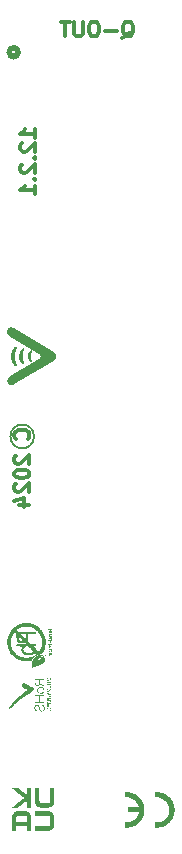
<source format=gbr>
%TF.GenerationSoftware,KiCad,Pcbnew,7.0.10*%
%TF.CreationDate,2024-07-21T07:16:58-04:00*%
%TF.ProjectId,12.2.1 - PLC Connector,31322e32-2e31-4202-9d20-504c4320436f,rev?*%
%TF.SameCoordinates,Original*%
%TF.FileFunction,Legend,Bot*%
%TF.FilePolarity,Positive*%
%FSLAX46Y46*%
G04 Gerber Fmt 4.6, Leading zero omitted, Abs format (unit mm)*
G04 Created by KiCad (PCBNEW 7.0.10) date 2024-07-21 07:16:58*
%MOMM*%
%LPD*%
G01*
G04 APERTURE LIST*
%ADD10C,0.310000*%
%ADD11C,0.000000*%
%ADD12C,0.004960*%
%ADD13C,0.150000*%
%ADD14C,0.508000*%
G04 APERTURE END LIST*
D10*
X178141566Y-45759951D02*
X178260614Y-45700427D01*
X178260614Y-45700427D02*
X178379661Y-45581380D01*
X178379661Y-45581380D02*
X178558233Y-45402808D01*
X178558233Y-45402808D02*
X178677280Y-45343284D01*
X178677280Y-45343284D02*
X178796328Y-45343284D01*
X178736804Y-45640903D02*
X178855852Y-45581380D01*
X178855852Y-45581380D02*
X178974899Y-45462332D01*
X178974899Y-45462332D02*
X179034423Y-45224237D01*
X179034423Y-45224237D02*
X179034423Y-44807570D01*
X179034423Y-44807570D02*
X178974899Y-44569475D01*
X178974899Y-44569475D02*
X178855852Y-44450427D01*
X178855852Y-44450427D02*
X178736804Y-44390903D01*
X178736804Y-44390903D02*
X178498709Y-44390903D01*
X178498709Y-44390903D02*
X178379661Y-44450427D01*
X178379661Y-44450427D02*
X178260614Y-44569475D01*
X178260614Y-44569475D02*
X178201090Y-44807570D01*
X178201090Y-44807570D02*
X178201090Y-45224237D01*
X178201090Y-45224237D02*
X178260614Y-45462332D01*
X178260614Y-45462332D02*
X178379661Y-45581380D01*
X178379661Y-45581380D02*
X178498709Y-45640903D01*
X178498709Y-45640903D02*
X178736804Y-45640903D01*
X177665375Y-45164713D02*
X176712995Y-45164713D01*
X175879661Y-44390903D02*
X175641566Y-44390903D01*
X175641566Y-44390903D02*
X175522518Y-44450427D01*
X175522518Y-44450427D02*
X175403471Y-44569475D01*
X175403471Y-44569475D02*
X175343947Y-44807570D01*
X175343947Y-44807570D02*
X175343947Y-45224237D01*
X175343947Y-45224237D02*
X175403471Y-45462332D01*
X175403471Y-45462332D02*
X175522518Y-45581380D01*
X175522518Y-45581380D02*
X175641566Y-45640903D01*
X175641566Y-45640903D02*
X175879661Y-45640903D01*
X175879661Y-45640903D02*
X175998709Y-45581380D01*
X175998709Y-45581380D02*
X176117756Y-45462332D01*
X176117756Y-45462332D02*
X176177280Y-45224237D01*
X176177280Y-45224237D02*
X176177280Y-44807570D01*
X176177280Y-44807570D02*
X176117756Y-44569475D01*
X176117756Y-44569475D02*
X175998709Y-44450427D01*
X175998709Y-44450427D02*
X175879661Y-44390903D01*
X174808232Y-44390903D02*
X174808232Y-45402808D01*
X174808232Y-45402808D02*
X174748709Y-45521856D01*
X174748709Y-45521856D02*
X174689185Y-45581380D01*
X174689185Y-45581380D02*
X174570137Y-45640903D01*
X174570137Y-45640903D02*
X174332042Y-45640903D01*
X174332042Y-45640903D02*
X174212994Y-45581380D01*
X174212994Y-45581380D02*
X174153471Y-45521856D01*
X174153471Y-45521856D02*
X174093947Y-45402808D01*
X174093947Y-45402808D02*
X174093947Y-44390903D01*
X173677280Y-44390903D02*
X172962994Y-44390903D01*
X173320137Y-45640903D02*
X173320137Y-44390903D01*
D11*
G36*
X169118787Y-71901861D02*
G01*
X169123030Y-71902218D01*
X169127220Y-71902806D01*
X169131351Y-71903621D01*
X169135420Y-71904657D01*
X169139423Y-71905910D01*
X169143355Y-71907373D01*
X169147212Y-71909043D01*
X169150990Y-71910913D01*
X169154685Y-71912979D01*
X169158292Y-71915236D01*
X169161808Y-71917678D01*
X169165228Y-71920301D01*
X169168547Y-71923099D01*
X169171763Y-71926067D01*
X169174869Y-71929200D01*
X169177863Y-71932493D01*
X169180740Y-71935940D01*
X169183496Y-71939538D01*
X169186126Y-71943279D01*
X169188627Y-71947160D01*
X169190993Y-71951176D01*
X169193222Y-71955320D01*
X169195308Y-71959589D01*
X169197248Y-71963976D01*
X169199037Y-71968477D01*
X169200672Y-71973087D01*
X169202147Y-71977800D01*
X169203458Y-71982612D01*
X169204603Y-71987517D01*
X169205575Y-71992510D01*
X169206371Y-71997586D01*
X169206913Y-72000307D01*
X169207378Y-72003041D01*
X169207767Y-72005785D01*
X169208079Y-72008539D01*
X169208314Y-72011300D01*
X169208471Y-72014067D01*
X169208551Y-72016839D01*
X169208554Y-72019613D01*
X169208554Y-72022986D01*
X169208514Y-72025107D01*
X169208428Y-72027226D01*
X169208297Y-72029342D01*
X169208121Y-72031454D01*
X169207900Y-72033562D01*
X169207634Y-72035665D01*
X169207323Y-72037762D01*
X169206967Y-72039853D01*
X169206944Y-72040707D01*
X169206880Y-72041557D01*
X169206780Y-72042402D01*
X169206647Y-72043246D01*
X169206488Y-72044086D01*
X169206307Y-72044925D01*
X169205900Y-72046600D01*
X169205041Y-72049955D01*
X169204846Y-72050798D01*
X169204669Y-72051644D01*
X169204514Y-72052494D01*
X169204387Y-72053347D01*
X169201410Y-72062872D01*
X169201043Y-72064043D01*
X169200653Y-72065206D01*
X169200240Y-72066360D01*
X169199804Y-72067507D01*
X169199346Y-72068644D01*
X169198866Y-72069772D01*
X169198363Y-72070891D01*
X169197838Y-72072000D01*
X169196498Y-72074418D01*
X169195192Y-72076854D01*
X169193923Y-72079309D01*
X169192689Y-72081781D01*
X169191491Y-72084271D01*
X169190329Y-72086779D01*
X169189204Y-72089303D01*
X169188115Y-72091844D01*
X169187665Y-72092730D01*
X169187195Y-72093604D01*
X169186704Y-72094467D01*
X169186193Y-72095317D01*
X169185661Y-72096155D01*
X169185110Y-72096980D01*
X169184539Y-72097792D01*
X169183948Y-72098591D01*
X169182593Y-72100511D01*
X169181206Y-72102407D01*
X169179788Y-72104280D01*
X169178339Y-72106129D01*
X169176860Y-72107953D01*
X169175350Y-72109753D01*
X169173810Y-72111527D01*
X169172240Y-72113276D01*
X169173108Y-72112486D01*
X169173963Y-72111684D01*
X169174806Y-72110869D01*
X169175636Y-72110041D01*
X169176453Y-72109201D01*
X169177257Y-72108349D01*
X169178047Y-72107485D01*
X169178824Y-72106608D01*
X169179588Y-72105720D01*
X169180338Y-72104821D01*
X169181074Y-72103909D01*
X169181796Y-72102987D01*
X169182504Y-72102053D01*
X169183198Y-72101108D01*
X169183878Y-72100152D01*
X169184543Y-72099186D01*
X169169206Y-72132038D01*
X169154688Y-72165906D01*
X169141012Y-72200751D01*
X169128202Y-72236539D01*
X169116282Y-72273232D01*
X169105275Y-72310795D01*
X169095204Y-72349191D01*
X169086093Y-72388384D01*
X169077966Y-72428337D01*
X169070847Y-72469014D01*
X169064758Y-72510379D01*
X169059723Y-72552396D01*
X169055766Y-72595027D01*
X169052910Y-72638237D01*
X169051180Y-72681990D01*
X169050598Y-72726249D01*
X169051210Y-72771406D01*
X169053028Y-72816066D01*
X169056028Y-72860187D01*
X169060182Y-72903726D01*
X169065465Y-72946642D01*
X169071851Y-72988893D01*
X169079315Y-73030437D01*
X169087830Y-73071232D01*
X169097370Y-73111237D01*
X169107910Y-73150409D01*
X169119424Y-73188706D01*
X169131886Y-73226088D01*
X169145270Y-73262511D01*
X169159550Y-73297935D01*
X169174700Y-73332316D01*
X169190695Y-73365614D01*
X169191094Y-73366199D01*
X169191482Y-73366791D01*
X169191859Y-73367390D01*
X169192224Y-73367996D01*
X169192576Y-73368608D01*
X169192918Y-73369227D01*
X169193247Y-73369852D01*
X169193564Y-73370484D01*
X169193869Y-73371121D01*
X169194161Y-73371764D01*
X169194442Y-73372413D01*
X169194710Y-73373067D01*
X169194965Y-73373727D01*
X169195208Y-73374391D01*
X169195438Y-73375060D01*
X169195656Y-73375734D01*
X169197237Y-73379142D01*
X169198718Y-73382588D01*
X169200097Y-73386071D01*
X169201374Y-73389589D01*
X169202549Y-73393139D01*
X169203620Y-73396720D01*
X169204588Y-73400328D01*
X169205452Y-73403961D01*
X169206211Y-73407618D01*
X169206865Y-73411296D01*
X169207413Y-73414993D01*
X169207856Y-73418706D01*
X169208192Y-73422433D01*
X169208420Y-73426173D01*
X169208541Y-73429922D01*
X169208554Y-73433678D01*
X169208434Y-73439668D01*
X169208076Y-73445577D01*
X169207487Y-73451399D01*
X169206672Y-73457126D01*
X169204390Y-73468266D01*
X169201277Y-73478941D01*
X169197379Y-73489092D01*
X169192742Y-73498663D01*
X169187415Y-73507595D01*
X169181443Y-73515831D01*
X169178229Y-73519671D01*
X169174873Y-73523314D01*
X169171378Y-73526755D01*
X169167752Y-73529986D01*
X169164000Y-73533000D01*
X169160128Y-73535790D01*
X169156141Y-73538348D01*
X169152046Y-73540667D01*
X169147848Y-73542740D01*
X169143554Y-73544561D01*
X169139168Y-73546121D01*
X169134698Y-73547413D01*
X169130148Y-73548431D01*
X169125525Y-73549167D01*
X169120834Y-73549614D01*
X169116082Y-73549764D01*
X169113208Y-73549668D01*
X169110346Y-73549468D01*
X169107498Y-73549165D01*
X169104668Y-73548761D01*
X169101857Y-73548255D01*
X169099070Y-73547650D01*
X169096307Y-73546945D01*
X169093573Y-73546142D01*
X169090869Y-73545241D01*
X169088198Y-73544243D01*
X169085563Y-73543150D01*
X169082967Y-73541961D01*
X169080412Y-73540678D01*
X169077901Y-73539301D01*
X169075437Y-73537832D01*
X169073021Y-73536270D01*
X169070714Y-73534318D01*
X169068408Y-73532333D01*
X169063794Y-73528283D01*
X169059180Y-73524160D01*
X169054567Y-73519999D01*
X169016386Y-73484075D01*
X168980036Y-73445872D01*
X168945605Y-73405488D01*
X168913180Y-73363019D01*
X168882847Y-73318563D01*
X168854695Y-73272217D01*
X168828810Y-73224079D01*
X168805279Y-73174246D01*
X168784191Y-73122815D01*
X168765631Y-73069885D01*
X168749687Y-73015551D01*
X168736446Y-72959912D01*
X168725996Y-72903065D01*
X168718424Y-72845107D01*
X168713817Y-72786136D01*
X168712262Y-72726249D01*
X168713787Y-72666424D01*
X168718309Y-72607629D01*
X168725743Y-72549945D01*
X168736006Y-72493454D01*
X168749016Y-72438235D01*
X168764689Y-72384371D01*
X168782942Y-72331942D01*
X168803692Y-72281029D01*
X168826856Y-72231714D01*
X168852350Y-72184078D01*
X168880092Y-72138202D01*
X168909999Y-72094166D01*
X168941986Y-72052053D01*
X168975972Y-72011942D01*
X169011873Y-71973916D01*
X169049606Y-71938055D01*
X169049606Y-71936864D01*
X169056139Y-71931026D01*
X169062876Y-71925132D01*
X169076593Y-71913250D01*
X169076897Y-71913023D01*
X169077207Y-71912803D01*
X169077522Y-71912592D01*
X169077842Y-71912389D01*
X169078167Y-71912195D01*
X169078498Y-71912009D01*
X169078833Y-71911831D01*
X169079173Y-71911662D01*
X169081219Y-71910564D01*
X169083294Y-71909528D01*
X169085395Y-71908554D01*
X169087522Y-71907643D01*
X169089673Y-71906795D01*
X169091845Y-71906010D01*
X169094039Y-71905289D01*
X169096253Y-71904633D01*
X169098484Y-71904041D01*
X169100733Y-71903514D01*
X169102996Y-71903053D01*
X169105274Y-71902657D01*
X169107564Y-71902328D01*
X169109865Y-71902065D01*
X169112176Y-71901869D01*
X169114495Y-71901741D01*
X169118787Y-71901861D01*
G37*
D12*
X171269526Y-72549242D02*
X171244920Y-72532971D01*
D13*
X170672000Y-79518000D02*
G75*
G03*
X168672000Y-79518000I-1000000J0D01*
G01*
X168672000Y-79518000D02*
G75*
G03*
X170672000Y-79518000I1000000J0D01*
G01*
D11*
G36*
X168743619Y-70276046D02*
G01*
X168752336Y-70276384D01*
X168761032Y-70276954D01*
X168769702Y-70277757D01*
X168778341Y-70278790D01*
X168786944Y-70280054D01*
X168795508Y-70281546D01*
X168804027Y-70283266D01*
X168812497Y-70285213D01*
X168820913Y-70287387D01*
X168829271Y-70289785D01*
X168837566Y-70292407D01*
X168845794Y-70295252D01*
X168853950Y-70298319D01*
X168862029Y-70301608D01*
X168870027Y-70305116D01*
X168936099Y-70344800D01*
X172192062Y-72298219D01*
X172375418Y-72408749D01*
X172411335Y-72430180D01*
X172413915Y-72431767D01*
X172431861Y-72445374D01*
X172448845Y-72459942D01*
X172464839Y-72475417D01*
X172479818Y-72491747D01*
X172493753Y-72508881D01*
X172506619Y-72526766D01*
X172518387Y-72545348D01*
X172529031Y-72564577D01*
X172538525Y-72584399D01*
X172546839Y-72604763D01*
X172553949Y-72625615D01*
X172559827Y-72646904D01*
X172564446Y-72668577D01*
X172567778Y-72690582D01*
X172569797Y-72712866D01*
X172570476Y-72735377D01*
X172569797Y-72757888D01*
X172567778Y-72780172D01*
X172564446Y-72802176D01*
X172559827Y-72823849D01*
X172553949Y-72845138D01*
X172546839Y-72865991D01*
X172538525Y-72886354D01*
X172529031Y-72906176D01*
X172518387Y-72925405D01*
X172506619Y-72943988D01*
X172493753Y-72961872D01*
X172479818Y-72979006D01*
X172464839Y-72995336D01*
X172448845Y-73010812D01*
X172431861Y-73025379D01*
X172413915Y-73038986D01*
X172413577Y-73039187D01*
X172413244Y-73039394D01*
X172412915Y-73039608D01*
X172412590Y-73039828D01*
X172412269Y-73040054D01*
X172411953Y-73040287D01*
X172411642Y-73040527D01*
X172411335Y-73040772D01*
X172375418Y-73062203D01*
X172191665Y-73172534D01*
X168967651Y-75107102D01*
X168912684Y-75140241D01*
X168904338Y-75144180D01*
X168895897Y-75147876D01*
X168887364Y-75151328D01*
X168878746Y-75154534D01*
X168870047Y-75157493D01*
X168861274Y-75160203D01*
X168852431Y-75162664D01*
X168843524Y-75164875D01*
X168834558Y-75166833D01*
X168825539Y-75168538D01*
X168816472Y-75169989D01*
X168807362Y-75171183D01*
X168798215Y-75172121D01*
X168789035Y-75172801D01*
X168779830Y-75173221D01*
X168770603Y-75173380D01*
X168752446Y-75172878D01*
X168734530Y-75171389D01*
X168716874Y-75168937D01*
X168699503Y-75165545D01*
X168682437Y-75161239D01*
X168665700Y-75156043D01*
X168649312Y-75149980D01*
X168633296Y-75143075D01*
X168617675Y-75135352D01*
X168602469Y-75126835D01*
X168587703Y-75117548D01*
X168573396Y-75107516D01*
X168559572Y-75096763D01*
X168546253Y-75085313D01*
X168533460Y-75073191D01*
X168521216Y-75060419D01*
X168509543Y-75047023D01*
X168498463Y-75033028D01*
X168487999Y-75018456D01*
X168478171Y-75003332D01*
X168469002Y-74987681D01*
X168460515Y-74971526D01*
X168452732Y-74954892D01*
X168445674Y-74937803D01*
X168439363Y-74920284D01*
X168433822Y-74902358D01*
X168429073Y-74884049D01*
X168425138Y-74865382D01*
X168422039Y-74846382D01*
X168419798Y-74827071D01*
X168418438Y-74807475D01*
X168417979Y-74787617D01*
X168418350Y-74765359D01*
X168419950Y-74743278D01*
X168422757Y-74721420D01*
X168426751Y-74699831D01*
X168431910Y-74678556D01*
X168438215Y-74657640D01*
X168445644Y-74637129D01*
X168454177Y-74617069D01*
X168463792Y-74597504D01*
X168474469Y-74578480D01*
X168486187Y-74560044D01*
X168498925Y-74542239D01*
X168512663Y-74525113D01*
X168527379Y-74508709D01*
X168543053Y-74493074D01*
X168559663Y-74478253D01*
X168560656Y-74478253D01*
X168644793Y-74427056D01*
X171082003Y-72964572D01*
X171088407Y-72961685D01*
X171094706Y-72958590D01*
X171100896Y-72955288D01*
X171106971Y-72951784D01*
X171112926Y-72948080D01*
X171118757Y-72944179D01*
X171124458Y-72940084D01*
X171130024Y-72935799D01*
X171140769Y-72926479D01*
X171150938Y-72916641D01*
X171160516Y-72906312D01*
X171169491Y-72895519D01*
X171177849Y-72884290D01*
X171185576Y-72872653D01*
X171192659Y-72860635D01*
X171199086Y-72848263D01*
X171204841Y-72835566D01*
X171209913Y-72822570D01*
X171214287Y-72809304D01*
X171217951Y-72795794D01*
X171220891Y-72782069D01*
X171223093Y-72768155D01*
X171224544Y-72754081D01*
X171225231Y-72739874D01*
X171225143Y-72725650D01*
X171224285Y-72711528D01*
X171222671Y-72697534D01*
X171220312Y-72683697D01*
X171217220Y-72670045D01*
X171213409Y-72656606D01*
X171208889Y-72643408D01*
X171203673Y-72630480D01*
X171197773Y-72617849D01*
X171191202Y-72605543D01*
X171183972Y-72593591D01*
X171176095Y-72582020D01*
X171167582Y-72570859D01*
X171158448Y-72560135D01*
X171148702Y-72549878D01*
X171138359Y-72540114D01*
X171110379Y-72522057D01*
X171087162Y-72506975D01*
X171083258Y-72505192D01*
X171079299Y-72503428D01*
X171075302Y-72501701D01*
X171071287Y-72500030D01*
X168587643Y-71009963D01*
X168575733Y-71003330D01*
X168564117Y-70996318D01*
X168552803Y-70988939D01*
X168541796Y-70981202D01*
X168531101Y-70973117D01*
X168520726Y-70964695D01*
X168510675Y-70955945D01*
X168500956Y-70946878D01*
X168491573Y-70937504D01*
X168482533Y-70927833D01*
X168473842Y-70917875D01*
X168465506Y-70907641D01*
X168457530Y-70897141D01*
X168449921Y-70886384D01*
X168442685Y-70875381D01*
X168435827Y-70864142D01*
X168429354Y-70852677D01*
X168423271Y-70840996D01*
X168417585Y-70829110D01*
X168412301Y-70817029D01*
X168407426Y-70804763D01*
X168402965Y-70792321D01*
X168398925Y-70779715D01*
X168395310Y-70766954D01*
X168392128Y-70754048D01*
X168389385Y-70741008D01*
X168387085Y-70727844D01*
X168385236Y-70714566D01*
X168383842Y-70701183D01*
X168382911Y-70687707D01*
X168382448Y-70674148D01*
X168382459Y-70660515D01*
X168382920Y-70640730D01*
X168384289Y-70621205D01*
X168386543Y-70601963D01*
X168389658Y-70583029D01*
X168393614Y-70564426D01*
X168398386Y-70546179D01*
X168403952Y-70528312D01*
X168410290Y-70510849D01*
X168417376Y-70493815D01*
X168425189Y-70477234D01*
X168433705Y-70461129D01*
X168442902Y-70445525D01*
X168452757Y-70430447D01*
X168463247Y-70415918D01*
X168474350Y-70401963D01*
X168486043Y-70388606D01*
X168498304Y-70375870D01*
X168511109Y-70363781D01*
X168524437Y-70352363D01*
X168538263Y-70341639D01*
X168552567Y-70331634D01*
X168567324Y-70322372D01*
X168582513Y-70313877D01*
X168598111Y-70306173D01*
X168614094Y-70299286D01*
X168630441Y-70293238D01*
X168647129Y-70288054D01*
X168664135Y-70283758D01*
X168681436Y-70280375D01*
X168699009Y-70277929D01*
X168716833Y-70276443D01*
X168734884Y-70275943D01*
X168743619Y-70276046D01*
G37*
G36*
X170441067Y-72223082D02*
G01*
X170444226Y-72223294D01*
X170447350Y-72223645D01*
X170450435Y-72224132D01*
X170453477Y-72224752D01*
X170456473Y-72225502D01*
X170459419Y-72226379D01*
X170462313Y-72227381D01*
X170465151Y-72228504D01*
X170467929Y-72229746D01*
X170470644Y-72231104D01*
X170473292Y-72232575D01*
X170475871Y-72234157D01*
X170478377Y-72235845D01*
X170480807Y-72237639D01*
X170483157Y-72239533D01*
X170485423Y-72241527D01*
X170487603Y-72243617D01*
X170489692Y-72245799D01*
X170491689Y-72248073D01*
X170493588Y-72250433D01*
X170495388Y-72252878D01*
X170497084Y-72255405D01*
X170498673Y-72258010D01*
X170500151Y-72260692D01*
X170501516Y-72263446D01*
X170502764Y-72266272D01*
X170503892Y-72269164D01*
X170504895Y-72272121D01*
X170505771Y-72275140D01*
X170506517Y-72278218D01*
X170507129Y-72281352D01*
X170507471Y-72283017D01*
X170507765Y-72284691D01*
X170508011Y-72286372D01*
X170508209Y-72288059D01*
X170508359Y-72289751D01*
X170508460Y-72291446D01*
X170508514Y-72293145D01*
X170508518Y-72294846D01*
X170508518Y-72296036D01*
X170508614Y-72297324D01*
X170508683Y-72298614D01*
X170508725Y-72299905D01*
X170508738Y-72301196D01*
X170508725Y-72302487D01*
X170508683Y-72303777D01*
X170508614Y-72305067D01*
X170508518Y-72306355D01*
X170508216Y-72307358D01*
X170507930Y-72308366D01*
X170507658Y-72309377D01*
X170507402Y-72310393D01*
X170507162Y-72311412D01*
X170506937Y-72312435D01*
X170506728Y-72313461D01*
X170506534Y-72314491D01*
X170504152Y-72320444D01*
X170503896Y-72321168D01*
X170503621Y-72321884D01*
X170503326Y-72322592D01*
X170503013Y-72323292D01*
X170502681Y-72323983D01*
X170502330Y-72324665D01*
X170501960Y-72325338D01*
X170501573Y-72326000D01*
X170500557Y-72327415D01*
X170499588Y-72328831D01*
X170498657Y-72330252D01*
X170497753Y-72331681D01*
X170495992Y-72334567D01*
X170494231Y-72337510D01*
X170493876Y-72338061D01*
X170493508Y-72338605D01*
X170493129Y-72339139D01*
X170492737Y-72339665D01*
X170492334Y-72340182D01*
X170491919Y-72340690D01*
X170491493Y-72341188D01*
X170491055Y-72341677D01*
X170490031Y-72342857D01*
X170488987Y-72344019D01*
X170487923Y-72345163D01*
X170486840Y-72346290D01*
X170485739Y-72347397D01*
X170484619Y-72348486D01*
X170483481Y-72349556D01*
X170482324Y-72350607D01*
X170482960Y-72350148D01*
X170483587Y-72349678D01*
X170484207Y-72349198D01*
X170484818Y-72348708D01*
X170485420Y-72348208D01*
X170486014Y-72347697D01*
X170486599Y-72347177D01*
X170487175Y-72346648D01*
X170487743Y-72346108D01*
X170488301Y-72345560D01*
X170488850Y-72345001D01*
X170489389Y-72344434D01*
X170489920Y-72343857D01*
X170490440Y-72343272D01*
X170490951Y-72342677D01*
X170491452Y-72342074D01*
X170467646Y-72387701D01*
X170447059Y-72434430D01*
X170429688Y-72482100D01*
X170415535Y-72530552D01*
X170404596Y-72579624D01*
X170396873Y-72629158D01*
X170392363Y-72678992D01*
X170391065Y-72728966D01*
X170392979Y-72778921D01*
X170398103Y-72828695D01*
X170406437Y-72878130D01*
X170417979Y-72927064D01*
X170432729Y-72975337D01*
X170450686Y-73022790D01*
X170471848Y-73069261D01*
X170496215Y-73114591D01*
X170496770Y-73115306D01*
X170497302Y-73116037D01*
X170497811Y-73116785D01*
X170498295Y-73117548D01*
X170498755Y-73118325D01*
X170499190Y-73119118D01*
X170499600Y-73119924D01*
X170499985Y-73120743D01*
X170501137Y-73122777D01*
X170502218Y-73124846D01*
X170503226Y-73126946D01*
X170504161Y-73129076D01*
X170505023Y-73131233D01*
X170505811Y-73133417D01*
X170506524Y-73135625D01*
X170507163Y-73137855D01*
X170507726Y-73140106D01*
X170508213Y-73142374D01*
X170508623Y-73144659D01*
X170508957Y-73146959D01*
X170509213Y-73149271D01*
X170509391Y-73151594D01*
X170509490Y-73153925D01*
X170509510Y-73156263D01*
X170509463Y-73159744D01*
X170509245Y-73163203D01*
X170508858Y-73166635D01*
X170508303Y-73170033D01*
X170507584Y-73173392D01*
X170506703Y-73176706D01*
X170505662Y-73179969D01*
X170504464Y-73183176D01*
X170503110Y-73186321D01*
X170501604Y-73189397D01*
X170499947Y-73192399D01*
X170498142Y-73195322D01*
X170496191Y-73198159D01*
X170494096Y-73200904D01*
X170491861Y-73203553D01*
X170489486Y-73206098D01*
X170486988Y-73208523D01*
X170484384Y-73210811D01*
X170481681Y-73212959D01*
X170478883Y-73214966D01*
X170475996Y-73216829D01*
X170473028Y-73218545D01*
X170469982Y-73220112D01*
X170466865Y-73221527D01*
X170463682Y-73222789D01*
X170460440Y-73223894D01*
X170457144Y-73224841D01*
X170453800Y-73225626D01*
X170450414Y-73226247D01*
X170446991Y-73226703D01*
X170443536Y-73226990D01*
X170440057Y-73227105D01*
X170437952Y-73227059D01*
X170435853Y-73226948D01*
X170433761Y-73226772D01*
X170431679Y-73226531D01*
X170429606Y-73226227D01*
X170427546Y-73225859D01*
X170425499Y-73225429D01*
X170423466Y-73224935D01*
X170421450Y-73224379D01*
X170419451Y-73223761D01*
X170417471Y-73223081D01*
X170415512Y-73222340D01*
X170413575Y-73221538D01*
X170411661Y-73220676D01*
X170409773Y-73219753D01*
X170407910Y-73218771D01*
X170406190Y-73217628D01*
X170404456Y-73216439D01*
X170402713Y-73215213D01*
X170400965Y-73213959D01*
X170397474Y-73211404D01*
X170394020Y-73208849D01*
X170365321Y-73186928D01*
X170337983Y-73163620D01*
X170312074Y-73138984D01*
X170287660Y-73113081D01*
X170264811Y-73085970D01*
X170243593Y-73057711D01*
X170224074Y-73028362D01*
X170206323Y-72997984D01*
X170190406Y-72966637D01*
X170176391Y-72934379D01*
X170164347Y-72901271D01*
X170154341Y-72867372D01*
X170146441Y-72832742D01*
X170140714Y-72797440D01*
X170138686Y-72779555D01*
X170137228Y-72761525D01*
X170136347Y-72743357D01*
X170136051Y-72725058D01*
X170137203Y-72688623D01*
X170140615Y-72652797D01*
X170146221Y-72617633D01*
X170153957Y-72583182D01*
X170163756Y-72549496D01*
X170175554Y-72516627D01*
X170189285Y-72484627D01*
X170204884Y-72453546D01*
X170222285Y-72423438D01*
X170241422Y-72394354D01*
X170262231Y-72366345D01*
X170284646Y-72339463D01*
X170308602Y-72313761D01*
X170334033Y-72289289D01*
X170360874Y-72266100D01*
X170389059Y-72244245D01*
X170408902Y-72229759D01*
X170410887Y-72229759D01*
X170412486Y-72229040D01*
X170414100Y-72228359D01*
X170415728Y-72227718D01*
X170417370Y-72227116D01*
X170419025Y-72226553D01*
X170420692Y-72226029D01*
X170422370Y-72225546D01*
X170424060Y-72225102D01*
X170425759Y-72224699D01*
X170427467Y-72224335D01*
X170429185Y-72224013D01*
X170430910Y-72223730D01*
X170432642Y-72223489D01*
X170434380Y-72223288D01*
X170436125Y-72223129D01*
X170437874Y-72223011D01*
X170441067Y-72223082D01*
G37*
G36*
X169767083Y-72031065D02*
G01*
X169771124Y-72031586D01*
X169775107Y-72032285D01*
X169779027Y-72033157D01*
X169782881Y-72034198D01*
X169786665Y-72035404D01*
X169790373Y-72036771D01*
X169794003Y-72038296D01*
X169797549Y-72039973D01*
X169801008Y-72041799D01*
X169804376Y-72043771D01*
X169807647Y-72045883D01*
X169810819Y-72048132D01*
X169813887Y-72050514D01*
X169816846Y-72053025D01*
X169819693Y-72055660D01*
X169822423Y-72058416D01*
X169825032Y-72061289D01*
X169827517Y-72064274D01*
X169829872Y-72067368D01*
X169832093Y-72070567D01*
X169834178Y-72073866D01*
X169836120Y-72077261D01*
X169837916Y-72080749D01*
X169839562Y-72084324D01*
X169841054Y-72087985D01*
X169842388Y-72091725D01*
X169843558Y-72095542D01*
X169844562Y-72099431D01*
X169845395Y-72103388D01*
X169846053Y-72107409D01*
X169846531Y-72111489D01*
X169846986Y-72113794D01*
X169847375Y-72116109D01*
X169847698Y-72118433D01*
X169847955Y-72120765D01*
X169848145Y-72123104D01*
X169848269Y-72125447D01*
X169848326Y-72127794D01*
X169848316Y-72130143D01*
X169848316Y-72132921D01*
X169848305Y-72134719D01*
X169848246Y-72136516D01*
X169848142Y-72138310D01*
X169847991Y-72140100D01*
X169847794Y-72141886D01*
X169847551Y-72143667D01*
X169847262Y-72145441D01*
X169846927Y-72147208D01*
X169846568Y-72148608D01*
X169846225Y-72150013D01*
X169845901Y-72151421D01*
X169845594Y-72152834D01*
X169845305Y-72154250D01*
X169845034Y-72155670D01*
X169844781Y-72157093D01*
X169844546Y-72158520D01*
X169844526Y-72159071D01*
X169844467Y-72159610D01*
X169844375Y-72160138D01*
X169844252Y-72160656D01*
X169844102Y-72161166D01*
X169843929Y-72161669D01*
X169843737Y-72162167D01*
X169843529Y-72162662D01*
X169843083Y-72163645D01*
X169842621Y-72164631D01*
X169842172Y-72165630D01*
X169841963Y-72166139D01*
X169841768Y-72166655D01*
X169841478Y-72167640D01*
X169841157Y-72168614D01*
X169840805Y-72169577D01*
X169840423Y-72170528D01*
X169840010Y-72171466D01*
X169839567Y-72172390D01*
X169839095Y-72173301D01*
X169838593Y-72174196D01*
X169837420Y-72176198D01*
X169836280Y-72178190D01*
X169835167Y-72180182D01*
X169834078Y-72182183D01*
X169833008Y-72184203D01*
X169831951Y-72186251D01*
X169830904Y-72188337D01*
X169829862Y-72190468D01*
X169829435Y-72191192D01*
X169828996Y-72191908D01*
X169828544Y-72192616D01*
X169828078Y-72193315D01*
X169827600Y-72194006D01*
X169827110Y-72194688D01*
X169826607Y-72195361D01*
X169826091Y-72196024D01*
X169824858Y-72197675D01*
X169823593Y-72199302D01*
X169822298Y-72200904D01*
X169820973Y-72202480D01*
X169819617Y-72204031D01*
X169818232Y-72205556D01*
X169816818Y-72207054D01*
X169815376Y-72208526D01*
X169816913Y-72207183D01*
X169818410Y-72205796D01*
X169819866Y-72204367D01*
X169821279Y-72202897D01*
X169822649Y-72201386D01*
X169823974Y-72199836D01*
X169825254Y-72198247D01*
X169826488Y-72196620D01*
X169811578Y-72227583D01*
X169797621Y-72258928D01*
X169784620Y-72290633D01*
X169772582Y-72322676D01*
X169761512Y-72355034D01*
X169751414Y-72387685D01*
X169742294Y-72420607D01*
X169734156Y-72453779D01*
X169727006Y-72487177D01*
X169720850Y-72520779D01*
X169715691Y-72554565D01*
X169711535Y-72588511D01*
X169708387Y-72622595D01*
X169706253Y-72656795D01*
X169705137Y-72691089D01*
X169705044Y-72725455D01*
X169705155Y-72760559D01*
X169706336Y-72795586D01*
X169708580Y-72830512D01*
X169711883Y-72865314D01*
X169716239Y-72899967D01*
X169721642Y-72934448D01*
X169728086Y-72968734D01*
X169735567Y-73002801D01*
X169744078Y-73036625D01*
X169753615Y-73070182D01*
X169764170Y-73103450D01*
X169775740Y-73136404D01*
X169788317Y-73169020D01*
X169801898Y-73201276D01*
X169816475Y-73233147D01*
X169832044Y-73264610D01*
X169832422Y-73265095D01*
X169832789Y-73265587D01*
X169833146Y-73266086D01*
X169833493Y-73266593D01*
X169833829Y-73267105D01*
X169834155Y-73267625D01*
X169834469Y-73268151D01*
X169834773Y-73268683D01*
X169835067Y-73269221D01*
X169835349Y-73269765D01*
X169835620Y-73270314D01*
X169835880Y-73270870D01*
X169836129Y-73271430D01*
X169836366Y-73271996D01*
X169836592Y-73272567D01*
X169836807Y-73273143D01*
X169838203Y-73276010D01*
X169839512Y-73278912D01*
X169840732Y-73281848D01*
X169841863Y-73284816D01*
X169842904Y-73287814D01*
X169843855Y-73290839D01*
X169844716Y-73293889D01*
X169845487Y-73296963D01*
X169846165Y-73300059D01*
X169846752Y-73303174D01*
X169847246Y-73306306D01*
X169847648Y-73309454D01*
X169847956Y-73312615D01*
X169848171Y-73315787D01*
X169848291Y-73318969D01*
X169848316Y-73322157D01*
X169848207Y-73327204D01*
X169847884Y-73332183D01*
X169847351Y-73337089D01*
X169846614Y-73341914D01*
X169845678Y-73346654D01*
X169844549Y-73351302D01*
X169843231Y-73355852D01*
X169841731Y-73360297D01*
X169840052Y-73364633D01*
X169838201Y-73368852D01*
X169836182Y-73372949D01*
X169834001Y-73376918D01*
X169831663Y-73380752D01*
X169829173Y-73384446D01*
X169826537Y-73387993D01*
X169823760Y-73391387D01*
X169820846Y-73394623D01*
X169817802Y-73397694D01*
X169814632Y-73400594D01*
X169811342Y-73403317D01*
X169807936Y-73405857D01*
X169804421Y-73408208D01*
X169800801Y-73410364D01*
X169797082Y-73412319D01*
X169793269Y-73414067D01*
X169789366Y-73415601D01*
X169785380Y-73416916D01*
X169781316Y-73418005D01*
X169777178Y-73418863D01*
X169772972Y-73419483D01*
X169768703Y-73419860D01*
X169764377Y-73419987D01*
X169761748Y-73419940D01*
X169759128Y-73419801D01*
X169756518Y-73419569D01*
X169753923Y-73419246D01*
X169751343Y-73418832D01*
X169748782Y-73418328D01*
X169746242Y-73417735D01*
X169743724Y-73417053D01*
X169741232Y-73416283D01*
X169738768Y-73415425D01*
X169736334Y-73414481D01*
X169733932Y-73413451D01*
X169731566Y-73412335D01*
X169729236Y-73411135D01*
X169726946Y-73409850D01*
X169724698Y-73408483D01*
X169724690Y-73408477D01*
X169720522Y-73405166D01*
X169716355Y-73401780D01*
X169712188Y-73398320D01*
X169708021Y-73394785D01*
X169672228Y-73362830D01*
X169638414Y-73329149D01*
X169606623Y-73293834D01*
X169576898Y-73256982D01*
X169549285Y-73218686D01*
X169523826Y-73179040D01*
X169500566Y-73138138D01*
X169479550Y-73096075D01*
X169460819Y-73052945D01*
X169444420Y-73008843D01*
X169430395Y-72963862D01*
X169418790Y-72918097D01*
X169409647Y-72871643D01*
X169403010Y-72824592D01*
X169398924Y-72777041D01*
X169397433Y-72729082D01*
X169398568Y-72681114D01*
X169402299Y-72633533D01*
X169408586Y-72586435D01*
X169417383Y-72539913D01*
X169428648Y-72494063D01*
X169442337Y-72448979D01*
X169458408Y-72404756D01*
X169476817Y-72361488D01*
X169497520Y-72319270D01*
X169520475Y-72278197D01*
X169545638Y-72238363D01*
X169572966Y-72199862D01*
X169602415Y-72162789D01*
X169633943Y-72127239D01*
X169667505Y-72093307D01*
X169703060Y-72061087D01*
X169709081Y-72056144D01*
X169715214Y-72051165D01*
X169721422Y-72046185D01*
X169727666Y-72041243D01*
X169727783Y-72041129D01*
X169727903Y-72041018D01*
X169728026Y-72040911D01*
X169728152Y-72040807D01*
X169728280Y-72040707D01*
X169728412Y-72040611D01*
X169728545Y-72040518D01*
X169728681Y-72040428D01*
X169728820Y-72040343D01*
X169728960Y-72040261D01*
X169729103Y-72040183D01*
X169729248Y-72040110D01*
X169729396Y-72040040D01*
X169729545Y-72039974D01*
X169729696Y-72039912D01*
X169729849Y-72039854D01*
X169731783Y-72038863D01*
X169733740Y-72037927D01*
X169735720Y-72037046D01*
X169737721Y-72036220D01*
X169739743Y-72035450D01*
X169741784Y-72034735D01*
X169743843Y-72034076D01*
X169745919Y-72033474D01*
X169748010Y-72032929D01*
X169750116Y-72032440D01*
X169752235Y-72032009D01*
X169754366Y-72031636D01*
X169756508Y-72031320D01*
X169758660Y-72031063D01*
X169760820Y-72030865D01*
X169762988Y-72030725D01*
X169767083Y-72031065D01*
G37*
D10*
X170772903Y-54232053D02*
X170772903Y-53517768D01*
X170772903Y-53874911D02*
X169522903Y-53874911D01*
X169522903Y-53874911D02*
X169701475Y-53755863D01*
X169701475Y-53755863D02*
X169820522Y-53636815D01*
X169820522Y-53636815D02*
X169880046Y-53517768D01*
X169641951Y-54708244D02*
X169582427Y-54767768D01*
X169582427Y-54767768D02*
X169522903Y-54886815D01*
X169522903Y-54886815D02*
X169522903Y-55184434D01*
X169522903Y-55184434D02*
X169582427Y-55303482D01*
X169582427Y-55303482D02*
X169641951Y-55363006D01*
X169641951Y-55363006D02*
X169760999Y-55422529D01*
X169760999Y-55422529D02*
X169880046Y-55422529D01*
X169880046Y-55422529D02*
X170058618Y-55363006D01*
X170058618Y-55363006D02*
X170772903Y-54648720D01*
X170772903Y-54648720D02*
X170772903Y-55422529D01*
X170653856Y-55958244D02*
X170713380Y-56017767D01*
X170713380Y-56017767D02*
X170772903Y-55958244D01*
X170772903Y-55958244D02*
X170713380Y-55898720D01*
X170713380Y-55898720D02*
X170653856Y-55958244D01*
X170653856Y-55958244D02*
X170772903Y-55958244D01*
X169641951Y-56493958D02*
X169582427Y-56553482D01*
X169582427Y-56553482D02*
X169522903Y-56672529D01*
X169522903Y-56672529D02*
X169522903Y-56970148D01*
X169522903Y-56970148D02*
X169582427Y-57089196D01*
X169582427Y-57089196D02*
X169641951Y-57148720D01*
X169641951Y-57148720D02*
X169760999Y-57208243D01*
X169760999Y-57208243D02*
X169880046Y-57208243D01*
X169880046Y-57208243D02*
X170058618Y-57148720D01*
X170058618Y-57148720D02*
X170772903Y-56434434D01*
X170772903Y-56434434D02*
X170772903Y-57208243D01*
X170653856Y-57743958D02*
X170713380Y-57803481D01*
X170713380Y-57803481D02*
X170772903Y-57743958D01*
X170772903Y-57743958D02*
X170713380Y-57684434D01*
X170713380Y-57684434D02*
X170653856Y-57743958D01*
X170653856Y-57743958D02*
X170772903Y-57743958D01*
X170772903Y-58993957D02*
X170772903Y-58279672D01*
X170772903Y-58636815D02*
X169522903Y-58636815D01*
X169522903Y-58636815D02*
X169701475Y-58517767D01*
X169701475Y-58517767D02*
X169820522Y-58398719D01*
X169820522Y-58398719D02*
X169880046Y-58279672D01*
X170145856Y-79711672D02*
X170205380Y-79652148D01*
X170205380Y-79652148D02*
X170264903Y-79473577D01*
X170264903Y-79473577D02*
X170264903Y-79354529D01*
X170264903Y-79354529D02*
X170205380Y-79175958D01*
X170205380Y-79175958D02*
X170086332Y-79056910D01*
X170086332Y-79056910D02*
X169967284Y-78997387D01*
X169967284Y-78997387D02*
X169729189Y-78937863D01*
X169729189Y-78937863D02*
X169550618Y-78937863D01*
X169550618Y-78937863D02*
X169312522Y-78997387D01*
X169312522Y-78997387D02*
X169193475Y-79056910D01*
X169193475Y-79056910D02*
X169074427Y-79175958D01*
X169074427Y-79175958D02*
X169014903Y-79354529D01*
X169014903Y-79354529D02*
X169014903Y-79473577D01*
X169014903Y-79473577D02*
X169074427Y-79652148D01*
X169074427Y-79652148D02*
X169133951Y-79711672D01*
X169133951Y-81140244D02*
X169074427Y-81199768D01*
X169074427Y-81199768D02*
X169014903Y-81318815D01*
X169014903Y-81318815D02*
X169014903Y-81616434D01*
X169014903Y-81616434D02*
X169074427Y-81735482D01*
X169074427Y-81735482D02*
X169133951Y-81795006D01*
X169133951Y-81795006D02*
X169252999Y-81854529D01*
X169252999Y-81854529D02*
X169372046Y-81854529D01*
X169372046Y-81854529D02*
X169550618Y-81795006D01*
X169550618Y-81795006D02*
X170264903Y-81080720D01*
X170264903Y-81080720D02*
X170264903Y-81854529D01*
X169014903Y-82628339D02*
X169014903Y-82747386D01*
X169014903Y-82747386D02*
X169074427Y-82866434D01*
X169074427Y-82866434D02*
X169133951Y-82925958D01*
X169133951Y-82925958D02*
X169252999Y-82985482D01*
X169252999Y-82985482D02*
X169491094Y-83045005D01*
X169491094Y-83045005D02*
X169788713Y-83045005D01*
X169788713Y-83045005D02*
X170026808Y-82985482D01*
X170026808Y-82985482D02*
X170145856Y-82925958D01*
X170145856Y-82925958D02*
X170205380Y-82866434D01*
X170205380Y-82866434D02*
X170264903Y-82747386D01*
X170264903Y-82747386D02*
X170264903Y-82628339D01*
X170264903Y-82628339D02*
X170205380Y-82509291D01*
X170205380Y-82509291D02*
X170145856Y-82449767D01*
X170145856Y-82449767D02*
X170026808Y-82390244D01*
X170026808Y-82390244D02*
X169788713Y-82330720D01*
X169788713Y-82330720D02*
X169491094Y-82330720D01*
X169491094Y-82330720D02*
X169252999Y-82390244D01*
X169252999Y-82390244D02*
X169133951Y-82449767D01*
X169133951Y-82449767D02*
X169074427Y-82509291D01*
X169074427Y-82509291D02*
X169014903Y-82628339D01*
X169133951Y-83521196D02*
X169074427Y-83580720D01*
X169074427Y-83580720D02*
X169014903Y-83699767D01*
X169014903Y-83699767D02*
X169014903Y-83997386D01*
X169014903Y-83997386D02*
X169074427Y-84116434D01*
X169074427Y-84116434D02*
X169133951Y-84175958D01*
X169133951Y-84175958D02*
X169252999Y-84235481D01*
X169252999Y-84235481D02*
X169372046Y-84235481D01*
X169372046Y-84235481D02*
X169550618Y-84175958D01*
X169550618Y-84175958D02*
X170264903Y-83461672D01*
X170264903Y-83461672D02*
X170264903Y-84235481D01*
X169431570Y-85306910D02*
X170264903Y-85306910D01*
X168955380Y-85009291D02*
X169848237Y-84711672D01*
X169848237Y-84711672D02*
X169848237Y-85485481D01*
D14*
%TO.C,J122*%
X169332600Y-46990000D02*
G75*
G03*
X168570600Y-46990000I-381000J0D01*
G01*
X168570600Y-46990000D02*
G75*
G03*
X169332600Y-46990000I381000J0D01*
G01*
%TO.C,G\u002A\u002A\u002A*%
G36*
X172048536Y-96855768D02*
G01*
X172060395Y-96862816D01*
X172069761Y-96876643D01*
X172076653Y-96897273D01*
X172077884Y-96903459D01*
X172079774Y-96923089D01*
X172079628Y-96945038D01*
X172077664Y-96967405D01*
X172074095Y-96988287D01*
X172069137Y-97005782D01*
X172063004Y-97017990D01*
X172059878Y-97021694D01*
X172051298Y-97027062D01*
X172042959Y-97025742D01*
X172035188Y-97018150D01*
X172028312Y-97004697D01*
X172022660Y-96985798D01*
X172018557Y-96961865D01*
X172017079Y-96944870D01*
X172016911Y-96921929D01*
X172018717Y-96900690D01*
X172022264Y-96882254D01*
X172027322Y-96867721D01*
X172033660Y-96858194D01*
X172041046Y-96854774D01*
X172048536Y-96855768D01*
G37*
G36*
X172122235Y-101186710D02*
G01*
X172122501Y-101186813D01*
X172126279Y-101188979D01*
X172125612Y-101192244D01*
X172120145Y-101198612D01*
X172115092Y-101203038D01*
X172104051Y-101210407D01*
X172091493Y-101217018D01*
X172074715Y-101223958D01*
X172050646Y-101232734D01*
X172021887Y-101242363D01*
X171989691Y-101252482D01*
X171955313Y-101262728D01*
X171920006Y-101272737D01*
X171885026Y-101282144D01*
X171851626Y-101290587D01*
X171821060Y-101297702D01*
X171794583Y-101303125D01*
X171776204Y-101306104D01*
X171758882Y-101308029D01*
X171744995Y-101308635D01*
X171735766Y-101307871D01*
X171732418Y-101305686D01*
X171735103Y-101299922D01*
X171744883Y-101292187D01*
X171761819Y-101283295D01*
X171785908Y-101273248D01*
X171817149Y-101262045D01*
X171855539Y-101249689D01*
X171901074Y-101236180D01*
X171938961Y-101225483D01*
X171981199Y-101214027D01*
X172018670Y-101204413D01*
X172051024Y-101196718D01*
X172077910Y-101191021D01*
X172098974Y-101187402D01*
X172113866Y-101185939D01*
X172122235Y-101186710D01*
G37*
G36*
X172119368Y-101937794D02*
G01*
X172121523Y-101938830D01*
X172124228Y-101943517D01*
X172120162Y-101949967D01*
X172109482Y-101958008D01*
X172092347Y-101967467D01*
X172080695Y-101972896D01*
X172055641Y-101983087D01*
X172025508Y-101993973D01*
X171991601Y-102005186D01*
X171955228Y-102016355D01*
X171917694Y-102027113D01*
X171880307Y-102037090D01*
X171844371Y-102045917D01*
X171811194Y-102053225D01*
X171782082Y-102058645D01*
X171758341Y-102061808D01*
X171752087Y-102062373D01*
X171740948Y-102063110D01*
X171735004Y-102062691D01*
X171732818Y-102060864D01*
X171732952Y-102057378D01*
X171735812Y-102052596D01*
X171745488Y-102045173D01*
X171761488Y-102036569D01*
X171783375Y-102026962D01*
X171810711Y-102016527D01*
X171843056Y-102005440D01*
X171879973Y-101993875D01*
X171921023Y-101982010D01*
X171952177Y-101973465D01*
X171990148Y-101963428D01*
X172024283Y-101954846D01*
X172054066Y-101947834D01*
X172078982Y-101942509D01*
X172098514Y-101938984D01*
X172112148Y-101937374D01*
X172119368Y-101937794D01*
G37*
G36*
X172046735Y-97298202D02*
G01*
X172057984Y-97298359D01*
X172091416Y-97298932D01*
X172118603Y-97299647D01*
X172140323Y-97300595D01*
X172157354Y-97301870D01*
X172170474Y-97303564D01*
X172180460Y-97305770D01*
X172188090Y-97308580D01*
X172194143Y-97312088D01*
X172199397Y-97316385D01*
X172202230Y-97319409D01*
X172207224Y-97330721D01*
X172205613Y-97343060D01*
X172197465Y-97355071D01*
X172185633Y-97362738D01*
X172167454Y-97368556D01*
X172143915Y-97372185D01*
X172115857Y-97373437D01*
X172109760Y-97373490D01*
X172079843Y-97375815D01*
X172054894Y-97382039D01*
X172033590Y-97392796D01*
X172014608Y-97408719D01*
X171996625Y-97430439D01*
X171984080Y-97446702D01*
X171970670Y-97460777D01*
X171959617Y-97468104D01*
X171950870Y-97468728D01*
X171950359Y-97468496D01*
X171945409Y-97463740D01*
X171940032Y-97455624D01*
X171939524Y-97454647D01*
X171937430Y-97449193D01*
X171935829Y-97441694D01*
X171934631Y-97431107D01*
X171933742Y-97416391D01*
X171933071Y-97396505D01*
X171932527Y-97370407D01*
X171931251Y-97296650D01*
X172046735Y-97298202D01*
G37*
G36*
X172157419Y-95795999D02*
G01*
X172172108Y-95797160D01*
X172176308Y-95797956D01*
X172188761Y-95801899D01*
X172198234Y-95807013D01*
X172204293Y-95813152D01*
X172208038Y-95823288D01*
X172205238Y-95833686D01*
X172196265Y-95843801D01*
X172181494Y-95853084D01*
X172161298Y-95860992D01*
X172154430Y-95862986D01*
X172132606Y-95868190D01*
X172106758Y-95873078D01*
X172077902Y-95877566D01*
X172047053Y-95881572D01*
X172015228Y-95885014D01*
X171983442Y-95887807D01*
X171952710Y-95889870D01*
X171924049Y-95891120D01*
X171898475Y-95891474D01*
X171877003Y-95890849D01*
X171860648Y-95889162D01*
X171850428Y-95886331D01*
X171841530Y-95879938D01*
X171834277Y-95871283D01*
X171831835Y-95865261D01*
X171832555Y-95854210D01*
X171840215Y-95843939D01*
X171854625Y-95834592D01*
X171875591Y-95826315D01*
X171902922Y-95819253D01*
X171906233Y-95818572D01*
X171929908Y-95814344D01*
X171957521Y-95810311D01*
X171987839Y-95806572D01*
X172019627Y-95803229D01*
X172051650Y-95800383D01*
X172082675Y-95798136D01*
X172111468Y-95796589D01*
X172136794Y-95795843D01*
X172157419Y-95795999D01*
G37*
G36*
X171981254Y-97084313D02*
G01*
X171988595Y-97087664D01*
X172002917Y-97092230D01*
X172020458Y-97095497D01*
X172042218Y-97097582D01*
X172069191Y-97098604D01*
X172102374Y-97098682D01*
X172121889Y-97098581D01*
X172146756Y-97098890D01*
X172165837Y-97099878D01*
X172180017Y-97101675D01*
X172190179Y-97104409D01*
X172197206Y-97108208D01*
X172201984Y-97113203D01*
X172203224Y-97115138D01*
X172207367Y-97128407D01*
X172205857Y-97142270D01*
X172198907Y-97153915D01*
X172191504Y-97159711D01*
X172181487Y-97164207D01*
X172167782Y-97167583D01*
X172149200Y-97170130D01*
X172124556Y-97172138D01*
X172105887Y-97173725D01*
X172070202Y-97179421D01*
X172039540Y-97188558D01*
X172012787Y-97201520D01*
X171988828Y-97218686D01*
X171979830Y-97226123D01*
X171966154Y-97236170D01*
X171956024Y-97241134D01*
X171948526Y-97241164D01*
X171942748Y-97236409D01*
X171937777Y-97227019D01*
X171929890Y-97212886D01*
X171919165Y-97202841D01*
X171907077Y-97199340D01*
X171899921Y-97200315D01*
X171891422Y-97205955D01*
X171885542Y-97217244D01*
X171881773Y-97234895D01*
X171880556Y-97242169D01*
X171875456Y-97258389D01*
X171868035Y-97268436D01*
X171858563Y-97271881D01*
X171851126Y-97270820D01*
X171840806Y-97264219D01*
X171833941Y-97252165D01*
X171830723Y-97235343D01*
X171831338Y-97214436D01*
X171835977Y-97190128D01*
X171838171Y-97182179D01*
X171845571Y-97162091D01*
X171855038Y-97146959D01*
X171867872Y-97135062D01*
X171885374Y-97124674D01*
X171900341Y-97116142D01*
X171916058Y-97105498D01*
X171928576Y-97095339D01*
X171938612Y-97086985D01*
X171952581Y-97079850D01*
X171966340Y-97079055D01*
X171981254Y-97084313D01*
G37*
G36*
X171958730Y-102463729D02*
G01*
X171994022Y-102471027D01*
X172027506Y-102484882D01*
X172042213Y-102493638D01*
X172068847Y-102514872D01*
X172091196Y-102540182D01*
X172108275Y-102568350D01*
X172119098Y-102598155D01*
X172121737Y-102611152D01*
X172124096Y-102643186D01*
X172121082Y-102675056D01*
X172113131Y-102705671D01*
X172100682Y-102733938D01*
X172084171Y-102758768D01*
X172064036Y-102779068D01*
X172040715Y-102793746D01*
X172040117Y-102794022D01*
X172023128Y-102800286D01*
X172008301Y-102802869D01*
X171996951Y-102801694D01*
X171990394Y-102796683D01*
X171988877Y-102790741D01*
X171990884Y-102781662D01*
X171997454Y-102769937D01*
X172008953Y-102754937D01*
X172025748Y-102736032D01*
X172040170Y-102719770D01*
X172057053Y-102697499D01*
X172068471Y-102677136D01*
X172074943Y-102657695D01*
X172076985Y-102638185D01*
X172076944Y-102635304D01*
X172072865Y-102610301D01*
X172062359Y-102588102D01*
X172045794Y-102569045D01*
X172023535Y-102553466D01*
X171995950Y-102541702D01*
X171963407Y-102534089D01*
X171962399Y-102533936D01*
X171936295Y-102532068D01*
X171906829Y-102533215D01*
X171876986Y-102537129D01*
X171849749Y-102543560D01*
X171825974Y-102553306D01*
X171804611Y-102568209D01*
X171788913Y-102586939D01*
X171779277Y-102609010D01*
X171776101Y-102633933D01*
X171776726Y-102647239D01*
X171779186Y-102661932D01*
X171784068Y-102676578D01*
X171791965Y-102692551D01*
X171803469Y-102711226D01*
X171819170Y-102733975D01*
X171829658Y-102750610D01*
X171837049Y-102767163D01*
X171839935Y-102781050D01*
X171838148Y-102791411D01*
X171831519Y-102797386D01*
X171825871Y-102797664D01*
X171815010Y-102794208D01*
X171801813Y-102787191D01*
X171787885Y-102777501D01*
X171774829Y-102766026D01*
X171764842Y-102754904D01*
X171748188Y-102728875D01*
X171737202Y-102699920D01*
X171731831Y-102669056D01*
X171732024Y-102637300D01*
X171737727Y-102605670D01*
X171748890Y-102575182D01*
X171765458Y-102546854D01*
X171787381Y-102521701D01*
X171788687Y-102520478D01*
X171818645Y-102497187D01*
X171851586Y-102479719D01*
X171886553Y-102468223D01*
X171922587Y-102462844D01*
X171958730Y-102463729D01*
G37*
G36*
X171905870Y-100604212D02*
G01*
X171920334Y-100604470D01*
X171962409Y-100607387D01*
X172000417Y-100613137D01*
X172033778Y-100621552D01*
X172061909Y-100632466D01*
X172084230Y-100645712D01*
X172100160Y-100661125D01*
X172101958Y-100663577D01*
X172110112Y-100676387D01*
X172116969Y-100689414D01*
X172119755Y-100696539D01*
X172123990Y-100719249D01*
X172122457Y-100742741D01*
X172115217Y-100764404D01*
X172107656Y-100776955D01*
X172088959Y-100798028D01*
X172064392Y-100816665D01*
X172034733Y-100832321D01*
X172000758Y-100844453D01*
X171994488Y-100846105D01*
X171969290Y-100850856D01*
X171941423Y-100853764D01*
X171913277Y-100854723D01*
X171887243Y-100853630D01*
X171865711Y-100850378D01*
X171863302Y-100849794D01*
X171831765Y-100839198D01*
X171803704Y-100824349D01*
X171779573Y-100805951D01*
X171759829Y-100784708D01*
X171744928Y-100761325D01*
X171735325Y-100736507D01*
X171733679Y-100725581D01*
X171783210Y-100725581D01*
X171783465Y-100738058D01*
X171784848Y-100747564D01*
X171788140Y-100754795D01*
X171794124Y-100762383D01*
X171799255Y-100767449D01*
X171816497Y-100778460D01*
X171840340Y-100787362D01*
X171870909Y-100794195D01*
X171908328Y-100799000D01*
X171930277Y-100799902D01*
X171959870Y-100797842D01*
X171988605Y-100792428D01*
X172015226Y-100784075D01*
X172038477Y-100773200D01*
X172057099Y-100760219D01*
X172069837Y-100745547D01*
X172074876Y-100733086D01*
X172076971Y-100718027D01*
X172076959Y-100716236D01*
X172075814Y-100706143D01*
X172071772Y-100697977D01*
X172063383Y-100688595D01*
X172059655Y-100685037D01*
X172050368Y-100678130D01*
X172039209Y-100673233D01*
X172023499Y-100669033D01*
X172012886Y-100666926D01*
X171989427Y-100663550D01*
X171962336Y-100660850D01*
X171933766Y-100658954D01*
X171905870Y-100657989D01*
X171880801Y-100658084D01*
X171860713Y-100659365D01*
X171837439Y-100662936D01*
X171816180Y-100669071D01*
X171800783Y-100677843D01*
X171790592Y-100689813D01*
X171784952Y-100705539D01*
X171783210Y-100725581D01*
X171733679Y-100725581D01*
X171731475Y-100710958D01*
X171733836Y-100685382D01*
X171742861Y-100660484D01*
X171748734Y-100650591D01*
X171762080Y-100635441D01*
X171779485Y-100623524D01*
X171801516Y-100614637D01*
X171828745Y-100608577D01*
X171861741Y-100605141D01*
X171901074Y-100604127D01*
X171905870Y-100604212D01*
G37*
G36*
X172088712Y-95922429D02*
G01*
X172107965Y-95928133D01*
X172133537Y-95941761D01*
X172155733Y-95961130D01*
X172173993Y-95985592D01*
X172187758Y-96014500D01*
X172196470Y-96047206D01*
X172197051Y-96051071D01*
X172198259Y-96070009D01*
X172197748Y-96091686D01*
X172195684Y-96112807D01*
X172192237Y-96130073D01*
X172191280Y-96132944D01*
X172185424Y-96145060D01*
X172177764Y-96156369D01*
X172171992Y-96162445D01*
X172161519Y-96168615D01*
X172151946Y-96167896D01*
X172143772Y-96160231D01*
X172141896Y-96157148D01*
X172140044Y-96152178D01*
X172139750Y-96145741D01*
X172141016Y-96135964D01*
X172143847Y-96120977D01*
X172146394Y-96105665D01*
X172147384Y-96084705D01*
X172144403Y-96065279D01*
X172137195Y-96044448D01*
X172130641Y-96032289D01*
X172119551Y-96018232D01*
X172106599Y-96006390D01*
X172093424Y-95998218D01*
X172081664Y-95995171D01*
X172079989Y-95995302D01*
X172074033Y-95998556D01*
X172069097Y-96006548D01*
X172065057Y-96019779D01*
X172061793Y-96038751D01*
X172059182Y-96063963D01*
X172057102Y-96095917D01*
X172056959Y-96098559D01*
X172054294Y-96129748D01*
X172050058Y-96154284D01*
X172044057Y-96172604D01*
X172036098Y-96185148D01*
X172025987Y-96192352D01*
X172013532Y-96194657D01*
X172004298Y-96193753D01*
X171988443Y-96188106D01*
X171971099Y-96176874D01*
X171951430Y-96159584D01*
X171947786Y-96155953D01*
X171927887Y-96131205D01*
X171915038Y-96105242D01*
X171909230Y-96078452D01*
X171909891Y-96063725D01*
X171963558Y-96063725D01*
X171966213Y-96079649D01*
X171974858Y-96093831D01*
X171990125Y-96106854D01*
X171992400Y-96108341D01*
X172004474Y-96113507D01*
X172014318Y-96112078D01*
X172022768Y-96103981D01*
X172023688Y-96102584D01*
X172029269Y-96088155D01*
X172031297Y-96069843D01*
X172029482Y-96049975D01*
X172024290Y-96033879D01*
X172016104Y-96023817D01*
X172005449Y-96020468D01*
X171992747Y-96023961D01*
X171978420Y-96034423D01*
X171974642Y-96038029D01*
X171967538Y-96046194D01*
X171964316Y-96053826D01*
X171963558Y-96063725D01*
X171909891Y-96063725D01*
X171910453Y-96051219D01*
X171918697Y-96023931D01*
X171933952Y-95996973D01*
X171956209Y-95970731D01*
X171975975Y-95953347D01*
X172003354Y-95935960D01*
X172005449Y-95935139D01*
X172031809Y-95924814D01*
X172060531Y-95920206D01*
X172088712Y-95922429D01*
G37*
G36*
X172095870Y-100883689D02*
G01*
X172096860Y-100885490D01*
X172098983Y-100893621D01*
X172100999Y-100906220D01*
X172102578Y-100921432D01*
X172103022Y-100928355D01*
X172103700Y-100946740D01*
X172104056Y-100969078D01*
X172104064Y-100993159D01*
X172103699Y-101016776D01*
X172103227Y-101034022D01*
X172102089Y-101064581D01*
X172100743Y-101087893D01*
X172099187Y-101103962D01*
X172097421Y-101112790D01*
X172095444Y-101114381D01*
X172093254Y-101108737D01*
X172090852Y-101095862D01*
X172088236Y-101075759D01*
X172085221Y-101052348D01*
X172080819Y-101027179D01*
X172075815Y-101008429D01*
X172070037Y-100995623D01*
X172063311Y-100988286D01*
X172055465Y-100985946D01*
X172051700Y-100986473D01*
X172042897Y-100990371D01*
X172031322Y-100998382D01*
X172016514Y-101010877D01*
X171998015Y-101028228D01*
X171975366Y-101050807D01*
X171958032Y-101068024D01*
X171928123Y-101095417D01*
X171901441Y-101116607D01*
X171878064Y-101131535D01*
X171858066Y-101140144D01*
X171847211Y-101143063D01*
X171832703Y-101145163D01*
X171818638Y-101144089D01*
X171801544Y-101139821D01*
X171786212Y-101133450D01*
X171766781Y-101119082D01*
X171751011Y-101099309D01*
X171739740Y-101075013D01*
X171735680Y-101059513D01*
X171732558Y-101033683D01*
X171733037Y-101007225D01*
X171737018Y-100982500D01*
X171744405Y-100961870D01*
X171748079Y-100955293D01*
X171764378Y-100935030D01*
X171785089Y-100919536D01*
X171808880Y-100909635D01*
X171834419Y-100906152D01*
X171835184Y-100906155D01*
X171846331Y-100907392D01*
X171851214Y-100911029D01*
X171849787Y-100917294D01*
X171842004Y-100926419D01*
X171827817Y-100938632D01*
X171814009Y-100951950D01*
X171799319Y-100974160D01*
X171790208Y-100999532D01*
X171787092Y-101026775D01*
X171790388Y-101054598D01*
X171790757Y-101056070D01*
X171797205Y-101072430D01*
X171806605Y-101085892D01*
X171817686Y-101095021D01*
X171829176Y-101098384D01*
X171835863Y-101097221D01*
X171848992Y-101091906D01*
X171865062Y-101083008D01*
X171882680Y-101071326D01*
X171900449Y-101057657D01*
X171906742Y-101052171D01*
X171918142Y-101041770D01*
X171933005Y-101027913D01*
X171950404Y-101011471D01*
X171969409Y-100993318D01*
X171989094Y-100974324D01*
X172014029Y-100950215D01*
X172035529Y-100929641D01*
X172052842Y-100913390D01*
X172066451Y-100901052D01*
X172076840Y-100892217D01*
X172084494Y-100886473D01*
X172089894Y-100883411D01*
X172093525Y-100882619D01*
X172095870Y-100883689D01*
G37*
G36*
X172084114Y-96521169D02*
G01*
X172100112Y-96521938D01*
X172128307Y-96527734D01*
X172151753Y-96538980D01*
X172170392Y-96555634D01*
X172184168Y-96577650D01*
X172193024Y-96604987D01*
X172193607Y-96608272D01*
X172194861Y-96623242D01*
X172195103Y-96642748D01*
X172194421Y-96664763D01*
X172192905Y-96687260D01*
X172190644Y-96708213D01*
X172187726Y-96725596D01*
X172183464Y-96742844D01*
X172175623Y-96764108D01*
X172165614Y-96779387D01*
X172152686Y-96789416D01*
X172136088Y-96794931D01*
X172115068Y-96796665D01*
X172114871Y-96796666D01*
X172095044Y-96797348D01*
X172068636Y-96799207D01*
X172036207Y-96802191D01*
X171998318Y-96806249D01*
X171955529Y-96811330D01*
X171945905Y-96812481D01*
X171923799Y-96814858D01*
X171902933Y-96816768D01*
X171885289Y-96818041D01*
X171872850Y-96818504D01*
X171861970Y-96818322D01*
X171851935Y-96817191D01*
X171845129Y-96814488D01*
X171839250Y-96809601D01*
X171838023Y-96808293D01*
X171831819Y-96796444D01*
X171831026Y-96782876D01*
X171834893Y-96769317D01*
X171842667Y-96757494D01*
X171853599Y-96749134D01*
X171866936Y-96745963D01*
X171868789Y-96745859D01*
X171880174Y-96741957D01*
X171891408Y-96733839D01*
X171899661Y-96723453D01*
X171900601Y-96721006D01*
X171902756Y-96711496D01*
X171904232Y-96701871D01*
X171958625Y-96701871D01*
X171962722Y-96709683D01*
X171969856Y-96712641D01*
X171982677Y-96714850D01*
X171999333Y-96716121D01*
X172018108Y-96716380D01*
X172037284Y-96715557D01*
X172055146Y-96713578D01*
X172077121Y-96708950D01*
X172096064Y-96701488D01*
X172109890Y-96691090D01*
X172119602Y-96677188D01*
X172122703Y-96670275D01*
X172126610Y-96655423D01*
X172127763Y-96636946D01*
X172127728Y-96632684D01*
X172126508Y-96618156D01*
X172122695Y-96608441D01*
X172115129Y-96602502D01*
X172102655Y-96599301D01*
X172084114Y-96597799D01*
X172058484Y-96598290D01*
X172036965Y-96602865D01*
X172017738Y-96612248D01*
X171998732Y-96627151D01*
X171996529Y-96629210D01*
X171982955Y-96644118D01*
X171971839Y-96660070D01*
X171963721Y-96675834D01*
X171959138Y-96690178D01*
X171958625Y-96701871D01*
X171904232Y-96701871D01*
X171904856Y-96697805D01*
X171906556Y-96682012D01*
X171910556Y-96654523D01*
X171919354Y-96626874D01*
X171933463Y-96601847D01*
X171953765Y-96577489D01*
X171955490Y-96575714D01*
X171983389Y-96552140D01*
X172014174Y-96535033D01*
X172047350Y-96524610D01*
X172082425Y-96521088D01*
X172084114Y-96521169D01*
G37*
G36*
X171948543Y-100305379D02*
G01*
X171988285Y-100309144D01*
X172024988Y-100315402D01*
X172056748Y-100324106D01*
X172060460Y-100325455D01*
X172085887Y-100338855D01*
X172106694Y-100357811D01*
X172122569Y-100382046D01*
X172127331Y-100393984D01*
X172130267Y-100414887D01*
X172126743Y-100437375D01*
X172116704Y-100462192D01*
X172115079Y-100465319D01*
X172098365Y-100490577D01*
X172078552Y-100509474D01*
X172055823Y-100521830D01*
X172051439Y-100523453D01*
X172032374Y-100529932D01*
X172014648Y-100534683D01*
X171996548Y-100537957D01*
X171976357Y-100540007D01*
X171952358Y-100541088D01*
X171922836Y-100541453D01*
X171917835Y-100541463D01*
X171894499Y-100541383D01*
X171876613Y-100540972D01*
X171862652Y-100540098D01*
X171851096Y-100538630D01*
X171840420Y-100536439D01*
X171829103Y-100533392D01*
X171816385Y-100529571D01*
X171799778Y-100523742D01*
X171787209Y-100517716D01*
X171776751Y-100510500D01*
X171766478Y-100501101D01*
X171765685Y-100500297D01*
X171750839Y-100480274D01*
X171740177Y-100455950D01*
X171734120Y-100429155D01*
X171734033Y-100426836D01*
X171783153Y-100426836D01*
X171784855Y-100443696D01*
X171789515Y-100456912D01*
X171798118Y-100466253D01*
X171813033Y-100475657D01*
X171832672Y-100483958D01*
X171855737Y-100490499D01*
X171871821Y-100493679D01*
X171907992Y-100497890D01*
X171943019Y-100498100D01*
X171975979Y-100494502D01*
X172005952Y-100487289D01*
X172032015Y-100476654D01*
X172053247Y-100462791D01*
X172068727Y-100445891D01*
X172072594Y-100438859D01*
X172076778Y-100422792D01*
X172075719Y-100406799D01*
X172069388Y-100393317D01*
X172065080Y-100388369D01*
X172055062Y-100380045D01*
X172042341Y-100373425D01*
X172026165Y-100368352D01*
X172005783Y-100364669D01*
X171980443Y-100362218D01*
X171949393Y-100360842D01*
X171911880Y-100360385D01*
X171887299Y-100360376D01*
X171866965Y-100360487D01*
X171851765Y-100360820D01*
X171840601Y-100361476D01*
X171832378Y-100362557D01*
X171825997Y-100364163D01*
X171820363Y-100366394D01*
X171814378Y-100369353D01*
X171800185Y-100378797D01*
X171789972Y-100391059D01*
X171788537Y-100394059D01*
X171784387Y-100409300D01*
X171783153Y-100426836D01*
X171734033Y-100426836D01*
X171733090Y-100401715D01*
X171737509Y-100375460D01*
X171742335Y-100362550D01*
X171755265Y-100342350D01*
X171772835Y-100326890D01*
X171794077Y-100317165D01*
X171797271Y-100316276D01*
X171830126Y-100309558D01*
X171867559Y-100305536D01*
X171887299Y-100304859D01*
X171907666Y-100304160D01*
X171948543Y-100305379D01*
G37*
G36*
X172136037Y-96222902D02*
G01*
X172150719Y-96231070D01*
X172164113Y-96245432D01*
X172175859Y-96265765D01*
X172185603Y-96291848D01*
X172192985Y-96323459D01*
X172193407Y-96326369D01*
X172194427Y-96338683D01*
X172195164Y-96355730D01*
X172195552Y-96375652D01*
X172195528Y-96396597D01*
X172195209Y-96416749D01*
X172194674Y-96432728D01*
X172193784Y-96443940D01*
X172192379Y-96451675D01*
X172190296Y-96457226D01*
X172187375Y-96461883D01*
X172183155Y-96467037D01*
X172174859Y-96474063D01*
X172164012Y-96479406D01*
X172149439Y-96483455D01*
X172129964Y-96486595D01*
X172104411Y-96489213D01*
X172090083Y-96490270D01*
X172054272Y-96491304D01*
X172021582Y-96489927D01*
X171992797Y-96486263D01*
X171968696Y-96480436D01*
X171950062Y-96472570D01*
X171937676Y-96462789D01*
X171932633Y-96455872D01*
X171922798Y-96435426D01*
X171915144Y-96408483D01*
X171909772Y-96375367D01*
X171907965Y-96351800D01*
X171908062Y-96327323D01*
X171910116Y-96305066D01*
X171913921Y-96286023D01*
X171919276Y-96271190D01*
X171925975Y-96261560D01*
X171933814Y-96258129D01*
X171939096Y-96259444D01*
X171944111Y-96265190D01*
X171947475Y-96276116D01*
X171949373Y-96292885D01*
X171949991Y-96316162D01*
X171950155Y-96329005D01*
X171951475Y-96349810D01*
X171954395Y-96364718D01*
X171959249Y-96374579D01*
X171966372Y-96380243D01*
X171976098Y-96382560D01*
X171981803Y-96382550D01*
X171992805Y-96379326D01*
X172003600Y-96371352D01*
X172007557Y-96366618D01*
X172064405Y-96366618D01*
X172064407Y-96370072D01*
X172065169Y-96379924D01*
X172067839Y-96385564D01*
X172073358Y-96389390D01*
X172075721Y-96390440D01*
X172089097Y-96393380D01*
X172105482Y-96393865D01*
X172121811Y-96391975D01*
X172135017Y-96387790D01*
X172144365Y-96381260D01*
X172152041Y-96368753D01*
X172152520Y-96367303D01*
X172156119Y-96347851D01*
X172154532Y-96330265D01*
X172148513Y-96315439D01*
X172138819Y-96304266D01*
X172126205Y-96297639D01*
X172111425Y-96296451D01*
X172095236Y-96301594D01*
X172088888Y-96306385D01*
X172079784Y-96318153D01*
X172071986Y-96333554D01*
X172066518Y-96350428D01*
X172064405Y-96366618D01*
X172007557Y-96366618D01*
X172014707Y-96358064D01*
X172026647Y-96338897D01*
X172039939Y-96313285D01*
X172040440Y-96312261D01*
X172049874Y-96293872D01*
X172059694Y-96276182D01*
X172068766Y-96261158D01*
X172075959Y-96250766D01*
X172087831Y-96237777D01*
X172104236Y-96226033D01*
X172111425Y-96223864D01*
X172120424Y-96221149D01*
X172136037Y-96222902D01*
G37*
G36*
X172094347Y-99979437D02*
G01*
X172096723Y-99985796D01*
X172097928Y-99991454D01*
X172099998Y-100001211D01*
X172100363Y-100005643D01*
X172100740Y-100016609D01*
X172101061Y-100032856D01*
X172101309Y-100053334D01*
X172101469Y-100076988D01*
X172101524Y-100102767D01*
X172101515Y-100111518D01*
X172101272Y-100146553D01*
X172100701Y-100174532D01*
X172099806Y-100195431D01*
X172098594Y-100209227D01*
X172097068Y-100215894D01*
X172095234Y-100215409D01*
X172093095Y-100207748D01*
X172090658Y-100192887D01*
X172087926Y-100170802D01*
X172085727Y-100153159D01*
X172081806Y-100128652D01*
X172077438Y-100108207D01*
X172072833Y-100092618D01*
X172068200Y-100082681D01*
X172063751Y-100079192D01*
X172060508Y-100080456D01*
X172051920Y-100085994D01*
X172039180Y-100095420D01*
X172023000Y-100108171D01*
X172004089Y-100123683D01*
X171983159Y-100141392D01*
X171960920Y-100160736D01*
X171938160Y-100180639D01*
X171911463Y-100203267D01*
X171888838Y-100221181D01*
X171869646Y-100234588D01*
X171853247Y-100243691D01*
X171838999Y-100248697D01*
X171826262Y-100249811D01*
X171814395Y-100247237D01*
X171802758Y-100241180D01*
X171790711Y-100231847D01*
X171777612Y-100219442D01*
X171775665Y-100217477D01*
X171758694Y-100198535D01*
X171746933Y-100180709D01*
X171739560Y-100161971D01*
X171735752Y-100140294D01*
X171734686Y-100113649D01*
X171735033Y-100097080D01*
X171736936Y-100078502D01*
X171741049Y-100063686D01*
X171747991Y-100050642D01*
X171758380Y-100037383D01*
X171760967Y-100034614D01*
X171773815Y-100024040D01*
X171789162Y-100015031D01*
X171805377Y-100008182D01*
X171820828Y-100004088D01*
X171833885Y-100003345D01*
X171842915Y-100006546D01*
X171844956Y-100008719D01*
X171846021Y-100012935D01*
X171843908Y-100018783D01*
X171838099Y-100027108D01*
X171828074Y-100038749D01*
X171813314Y-100054551D01*
X171807067Y-100061269D01*
X171789425Y-100082994D01*
X171778075Y-100102561D01*
X171772786Y-100120655D01*
X171773327Y-100137960D01*
X171779468Y-100155161D01*
X171781166Y-100158328D01*
X171793601Y-100174419D01*
X171808980Y-100183889D01*
X171827154Y-100186679D01*
X171847975Y-100182730D01*
X171855268Y-100179976D01*
X171870510Y-100172286D01*
X171887672Y-100161133D01*
X171907293Y-100146090D01*
X171929914Y-100126732D01*
X171956073Y-100102631D01*
X171986309Y-100073362D01*
X171987794Y-100071899D01*
X172017100Y-100043273D01*
X172041711Y-100019756D01*
X172061579Y-100001392D01*
X172076659Y-99988222D01*
X172086903Y-99980289D01*
X172092264Y-99977635D01*
X172094347Y-99979437D01*
G37*
G36*
X172068890Y-97502285D02*
G01*
X172081655Y-97503007D01*
X172091558Y-97504957D01*
X172101193Y-97508723D01*
X172113153Y-97514891D01*
X172123830Y-97521150D01*
X172151090Y-97542413D01*
X172173299Y-97568153D01*
X172189806Y-97597511D01*
X172199962Y-97629628D01*
X172201360Y-97639810D01*
X172202215Y-97655965D01*
X172201882Y-97671997D01*
X172201647Y-97675026D01*
X172196905Y-97700213D01*
X172187670Y-97720328D01*
X172174176Y-97735000D01*
X172156655Y-97743859D01*
X172154810Y-97744398D01*
X172144747Y-97746431D01*
X172138696Y-97744998D01*
X172136226Y-97739246D01*
X172136910Y-97728320D01*
X172140317Y-97711366D01*
X172142162Y-97703108D01*
X172144457Y-97690579D01*
X172144987Y-97680545D01*
X172143783Y-97670003D01*
X172140874Y-97655946D01*
X172134997Y-97635198D01*
X172125379Y-97612833D01*
X172113699Y-97594581D01*
X172100652Y-97581490D01*
X172086932Y-97574606D01*
X172083039Y-97573812D01*
X172078178Y-97574508D01*
X172074240Y-97579085D01*
X172069469Y-97588991D01*
X172068590Y-97591064D01*
X172065767Y-97599524D01*
X172063559Y-97610047D01*
X172061790Y-97623931D01*
X172060283Y-97642474D01*
X172058863Y-97666972D01*
X172057884Y-97684578D01*
X172056106Y-97709150D01*
X172054002Y-97727982D01*
X172051371Y-97742027D01*
X172048014Y-97752237D01*
X172043732Y-97759564D01*
X172038324Y-97764961D01*
X172027385Y-97770282D01*
X172011424Y-97772457D01*
X171993738Y-97770646D01*
X171976614Y-97764851D01*
X171961417Y-97755089D01*
X171944098Y-97737764D01*
X171929096Y-97716014D01*
X171917273Y-97691378D01*
X171909489Y-97665395D01*
X171907458Y-97647237D01*
X171963575Y-97647237D01*
X171968539Y-97662898D01*
X171979634Y-97677569D01*
X171980873Y-97678755D01*
X171994339Y-97688347D01*
X172006858Y-97691495D01*
X172017662Y-97688186D01*
X172025983Y-97678405D01*
X172027593Y-97674821D01*
X172030884Y-97660529D01*
X172031355Y-97644033D01*
X172029248Y-97627637D01*
X172024802Y-97613645D01*
X172018258Y-97604360D01*
X172010098Y-97600223D01*
X171998064Y-97600221D01*
X171985724Y-97605586D01*
X171974559Y-97615603D01*
X171966050Y-97629557D01*
X171965132Y-97631963D01*
X171963575Y-97647237D01*
X171907458Y-97647237D01*
X171906604Y-97639603D01*
X171907897Y-97627911D01*
X171914567Y-97608227D01*
X171926074Y-97587203D01*
X171941474Y-97566082D01*
X171959825Y-97546105D01*
X171980182Y-97528515D01*
X171998064Y-97516860D01*
X172001602Y-97514554D01*
X172009652Y-97510306D01*
X172019621Y-97505898D01*
X172029127Y-97503459D01*
X172040742Y-97502417D01*
X172057036Y-97502196D01*
X172068890Y-97502285D01*
G37*
G36*
X172074627Y-97810685D02*
G01*
X172088119Y-97811385D01*
X172098414Y-97812990D01*
X172107593Y-97815832D01*
X172117737Y-97820243D01*
X172135244Y-97830424D01*
X172157447Y-97849675D01*
X172176308Y-97873641D01*
X172190799Y-97900948D01*
X172199894Y-97930221D01*
X172202251Y-97946276D01*
X172202387Y-97972140D01*
X172198171Y-97996125D01*
X172189930Y-98016719D01*
X172177987Y-98032406D01*
X172177159Y-98033160D01*
X172166352Y-98040688D01*
X172155097Y-98045231D01*
X172145033Y-98046552D01*
X172137794Y-98044417D01*
X172135017Y-98038589D01*
X172135753Y-98033076D01*
X172137882Y-98022594D01*
X172140916Y-98009748D01*
X172142134Y-98004731D01*
X172144631Y-97990762D01*
X172144724Y-97978403D01*
X172142556Y-97963665D01*
X172141855Y-97960191D01*
X172135454Y-97938133D01*
X172126301Y-97916834D01*
X172115458Y-97898455D01*
X172103987Y-97885157D01*
X172103140Y-97884420D01*
X172091693Y-97876215D01*
X172082918Y-97874379D01*
X172075792Y-97879066D01*
X172069292Y-97890433D01*
X172068735Y-97891731D01*
X172065882Y-97900101D01*
X172063640Y-97910644D01*
X172061836Y-97924631D01*
X172060301Y-97943331D01*
X172058863Y-97968015D01*
X172057884Y-97985621D01*
X172056106Y-98010192D01*
X172054002Y-98029025D01*
X172051371Y-98043070D01*
X172048014Y-98053280D01*
X172043732Y-98060607D01*
X172038324Y-98066003D01*
X172036770Y-98067120D01*
X172023863Y-98072140D01*
X172007360Y-98073606D01*
X171989617Y-98071523D01*
X171972987Y-98065894D01*
X171958051Y-98056688D01*
X171940253Y-98039122D01*
X171926449Y-98017210D01*
X171916931Y-97992129D01*
X171911992Y-97965053D01*
X171911946Y-97945527D01*
X171963593Y-97945527D01*
X171966550Y-97958555D01*
X171973073Y-97970618D01*
X171982119Y-97980753D01*
X171992648Y-97987999D01*
X172003617Y-97991393D01*
X172013984Y-97989973D01*
X172022707Y-97982776D01*
X172023639Y-97981403D01*
X172028994Y-97968000D01*
X172031260Y-97951257D01*
X172030515Y-97933687D01*
X172026837Y-97917798D01*
X172020306Y-97906101D01*
X172018522Y-97904377D01*
X172008624Y-97900165D01*
X171996892Y-97901352D01*
X171984859Y-97907250D01*
X171974059Y-97917172D01*
X171966024Y-97930430D01*
X171965244Y-97932496D01*
X171963593Y-97945527D01*
X171911946Y-97945527D01*
X171911926Y-97937158D01*
X171917025Y-97909621D01*
X171927582Y-97883616D01*
X171929110Y-97880919D01*
X171941829Y-97863688D01*
X171958872Y-97846449D01*
X171978054Y-97831201D01*
X171997190Y-97819943D01*
X172005486Y-97816317D01*
X172008624Y-97815304D01*
X172014727Y-97813335D01*
X172025023Y-97811596D01*
X172038437Y-97810777D01*
X172057036Y-97810554D01*
X172074627Y-97810685D01*
G37*
G36*
X171857550Y-101358470D02*
G01*
X171877105Y-101359227D01*
X171904701Y-101364700D01*
X171920140Y-101369858D01*
X171940672Y-101380128D01*
X171955810Y-101393469D01*
X171966633Y-101410953D01*
X171974223Y-101433652D01*
X171976399Y-101443151D01*
X171978069Y-101453925D01*
X171978461Y-101464987D01*
X171977627Y-101478630D01*
X171975615Y-101497146D01*
X171974790Y-101504395D01*
X171973086Y-101525486D01*
X171973472Y-101540295D01*
X171976255Y-101549419D01*
X171981744Y-101553460D01*
X171990246Y-101553016D01*
X172002067Y-101548687D01*
X172014085Y-101542259D01*
X172028623Y-101532842D01*
X172043717Y-101521857D01*
X172057661Y-101510612D01*
X172068750Y-101500412D01*
X172075281Y-101492565D01*
X172078611Y-101484866D01*
X172079459Y-101471633D01*
X172074978Y-101455844D01*
X172064989Y-101436525D01*
X172059178Y-101426220D01*
X172051732Y-101411479D01*
X172046346Y-101399046D01*
X172041827Y-101382890D01*
X172041576Y-101369851D01*
X172045675Y-101362030D01*
X172053567Y-101359856D01*
X172064700Y-101363757D01*
X172078516Y-101374164D01*
X172090554Y-101386648D01*
X172105088Y-101405120D01*
X172117471Y-101424451D01*
X172125879Y-101442031D01*
X172130580Y-101462248D01*
X172129857Y-101485648D01*
X172122717Y-101507458D01*
X172122323Y-101508227D01*
X172106615Y-101531088D01*
X172084834Y-101551549D01*
X172057859Y-101569203D01*
X172026568Y-101583641D01*
X171991839Y-101594457D01*
X171954551Y-101601242D01*
X171915582Y-101603590D01*
X171882984Y-101601924D01*
X171845813Y-101595084D01*
X171813402Y-101583022D01*
X171785892Y-101565813D01*
X171763421Y-101543527D01*
X171746130Y-101516237D01*
X171742916Y-101509566D01*
X171738267Y-101498387D01*
X171735652Y-101488099D01*
X171734592Y-101476921D01*
X171783699Y-101476921D01*
X171785683Y-101499835D01*
X171793441Y-101518374D01*
X171807016Y-101532606D01*
X171826450Y-101542598D01*
X171844768Y-101546975D01*
X171867005Y-101547021D01*
X171887678Y-101541648D01*
X171905563Y-101531391D01*
X171919432Y-101516784D01*
X171928059Y-101498361D01*
X171929050Y-101494475D01*
X171931128Y-101471882D01*
X171926818Y-101451742D01*
X171916713Y-101434791D01*
X171901406Y-101421770D01*
X171881487Y-101413415D01*
X171857550Y-101410466D01*
X171833909Y-101413005D01*
X171813693Y-101420882D01*
X171798382Y-101433807D01*
X171788323Y-101451481D01*
X171783863Y-101473607D01*
X171783699Y-101476921D01*
X171734592Y-101476921D01*
X171734504Y-101475991D01*
X171734258Y-101459348D01*
X171734313Y-101453834D01*
X171736116Y-101431621D01*
X171740983Y-101414103D01*
X171749621Y-101399456D01*
X171762737Y-101385853D01*
X171772659Y-101378501D01*
X171794566Y-101368002D01*
X171820380Y-101361125D01*
X171848446Y-101358118D01*
X171857550Y-101358470D01*
G37*
G36*
X172104428Y-102228639D02*
G01*
X172103949Y-102249352D01*
X172103168Y-102277926D01*
X172102319Y-102304003D01*
X172101440Y-102326630D01*
X172100568Y-102344858D01*
X172099742Y-102357735D01*
X172099000Y-102364309D01*
X172096211Y-102376907D01*
X172094187Y-102364213D01*
X172093487Y-102358943D01*
X172092108Y-102346706D01*
X172090358Y-102329849D01*
X172088389Y-102309857D01*
X172086354Y-102288215D01*
X172084178Y-102265828D01*
X172081000Y-102240426D01*
X172077072Y-102220938D01*
X172071766Y-102206591D01*
X172064456Y-102196612D01*
X172054515Y-102190225D01*
X172041315Y-102186658D01*
X172024230Y-102185135D01*
X172002631Y-102184883D01*
X171990552Y-102184998D01*
X171972887Y-102185772D01*
X171959433Y-102187985D01*
X171949559Y-102192468D01*
X171942634Y-102200052D01*
X171938025Y-102211565D01*
X171935100Y-102227839D01*
X171933229Y-102249704D01*
X171931779Y-102277989D01*
X171931083Y-102292353D01*
X171929526Y-102317762D01*
X171927698Y-102337430D01*
X171925420Y-102352383D01*
X171922513Y-102363648D01*
X171918798Y-102372252D01*
X171914094Y-102379219D01*
X171910928Y-102382839D01*
X171906384Y-102385323D01*
X171901502Y-102382702D01*
X171900764Y-102382048D01*
X171895033Y-102373468D01*
X171890306Y-102359273D01*
X171886506Y-102339060D01*
X171883554Y-102312429D01*
X171881372Y-102278978D01*
X171880608Y-102264279D01*
X171879156Y-102241993D01*
X171877483Y-102225313D01*
X171875376Y-102213168D01*
X171872620Y-102204486D01*
X171869004Y-102198198D01*
X171864314Y-102193231D01*
X171858089Y-102189358D01*
X171844487Y-102185342D01*
X171828655Y-102184142D01*
X171813453Y-102186155D01*
X171808717Y-102187579D01*
X171801226Y-102191030D01*
X171795491Y-102196221D01*
X171791213Y-102204072D01*
X171788091Y-102215501D01*
X171785826Y-102231428D01*
X171784117Y-102252770D01*
X171782665Y-102280448D01*
X171780882Y-102313410D01*
X171778545Y-102343063D01*
X171775709Y-102366424D01*
X171772274Y-102383994D01*
X171768142Y-102396272D01*
X171763211Y-102403759D01*
X171757382Y-102406953D01*
X171751960Y-102405448D01*
X171746532Y-102397040D01*
X171742101Y-102381483D01*
X171738668Y-102358795D01*
X171736237Y-102328997D01*
X171734812Y-102292108D01*
X171734393Y-102248148D01*
X171734399Y-102245589D01*
X171734643Y-102213047D01*
X171735287Y-102186934D01*
X171736452Y-102166484D01*
X171738258Y-102150932D01*
X171740827Y-102139512D01*
X171744282Y-102131457D01*
X171748742Y-102126002D01*
X171754330Y-102122382D01*
X171761655Y-102119821D01*
X171774451Y-102117209D01*
X171792263Y-102114938D01*
X171815465Y-102112982D01*
X171844429Y-102111316D01*
X171879527Y-102109915D01*
X171921131Y-102108754D01*
X171969614Y-102107807D01*
X172107068Y-102105567D01*
X172104428Y-102228639D01*
G37*
G36*
X172053490Y-101658454D02*
G01*
X172061274Y-101661587D01*
X172074854Y-101671326D01*
X172088668Y-101685548D01*
X172101505Y-101702752D01*
X172112155Y-101721439D01*
X172119407Y-101740109D01*
X172121447Y-101748579D01*
X172123451Y-101775786D01*
X172119107Y-101802617D01*
X172109076Y-101828183D01*
X172094014Y-101851596D01*
X172074579Y-101871966D01*
X172051430Y-101888406D01*
X172025225Y-101900027D01*
X171996621Y-101905940D01*
X171994229Y-101906141D01*
X171965116Y-101904953D01*
X171938153Y-101897230D01*
X171913910Y-101883489D01*
X171892959Y-101864244D01*
X171875870Y-101840011D01*
X171863214Y-101811305D01*
X171855562Y-101778641D01*
X171852916Y-101765984D01*
X171845870Y-101749436D01*
X171835935Y-101738420D01*
X171823682Y-101733478D01*
X171809684Y-101735152D01*
X171804459Y-101737538D01*
X171797611Y-101743445D01*
X171792232Y-101752785D01*
X171787964Y-101766513D01*
X171784450Y-101785585D01*
X171781333Y-101810956D01*
X171780771Y-101816133D01*
X171777395Y-101841295D01*
X171773536Y-101859877D01*
X171768999Y-101872446D01*
X171763592Y-101879571D01*
X171757118Y-101881819D01*
X171754451Y-101881377D01*
X171747604Y-101875495D01*
X171741908Y-101863252D01*
X171737486Y-101845255D01*
X171734462Y-101822114D01*
X171732959Y-101794439D01*
X171733099Y-101762840D01*
X171733652Y-101748575D01*
X171735337Y-101726303D01*
X171738074Y-101709848D01*
X171742129Y-101698286D01*
X171747769Y-101690691D01*
X171755261Y-101686138D01*
X171759293Y-101685040D01*
X171769986Y-101683079D01*
X171784644Y-101680964D01*
X171801331Y-101678995D01*
X171809495Y-101678055D01*
X171830796Y-101675054D01*
X171852011Y-101671432D01*
X171869568Y-101667779D01*
X171887599Y-101663640D01*
X171904217Y-101660791D01*
X171915934Y-101660897D01*
X171923324Y-101664649D01*
X171926958Y-101672738D01*
X171927410Y-101685858D01*
X171925254Y-101704699D01*
X171921060Y-101729953D01*
X171918892Y-101743400D01*
X171916278Y-101763006D01*
X171914483Y-101780805D01*
X171913806Y-101794143D01*
X171913972Y-101804353D01*
X171915200Y-101813960D01*
X171918314Y-101820793D01*
X171924114Y-101827436D01*
X171924439Y-101827757D01*
X171937953Y-101837007D01*
X171955976Y-101843966D01*
X171976008Y-101847909D01*
X171995549Y-101848114D01*
X172013004Y-101844607D01*
X172034402Y-101835486D01*
X172053087Y-101822208D01*
X172067922Y-101805830D01*
X172077774Y-101787410D01*
X172081507Y-101768005D01*
X172081517Y-101766075D01*
X172079627Y-101750932D01*
X172073500Y-101738632D01*
X172062162Y-101727834D01*
X172044639Y-101717198D01*
X172030302Y-101709031D01*
X172017443Y-101699383D01*
X172010287Y-101690055D01*
X172008071Y-101680275D01*
X172009029Y-101675094D01*
X172015376Y-101666526D01*
X172026117Y-101660312D01*
X172039430Y-101657329D01*
X172053490Y-101658454D01*
G37*
G36*
X171265501Y-100738134D02*
G01*
X171305961Y-100742861D01*
X171351453Y-100753689D01*
X171395441Y-100769875D01*
X171437153Y-100791350D01*
X171475816Y-100818045D01*
X171510657Y-100849889D01*
X171511397Y-100850671D01*
X171527288Y-100869122D01*
X171538694Y-100886814D01*
X171546433Y-100905726D01*
X171551323Y-100927834D01*
X171554182Y-100955116D01*
X171555166Y-100974497D01*
X171555705Y-101002303D01*
X171555491Y-101031611D01*
X171554571Y-101060237D01*
X171552996Y-101085997D01*
X171550812Y-101106708D01*
X171549772Y-101113287D01*
X171544180Y-101135496D01*
X171535187Y-101155560D01*
X171521976Y-101174726D01*
X171503728Y-101194242D01*
X171479627Y-101215357D01*
X171468617Y-101223924D01*
X171429962Y-101248247D01*
X171387686Y-101267113D01*
X171342683Y-101280512D01*
X171295851Y-101288434D01*
X171248087Y-101290870D01*
X171200287Y-101287810D01*
X171153347Y-101279243D01*
X171108165Y-101265159D01*
X171065637Y-101245549D01*
X171026659Y-101220402D01*
X171012409Y-101208833D01*
X170993218Y-101189617D01*
X170977218Y-101167999D01*
X170963688Y-101142768D01*
X170951908Y-101112713D01*
X170941156Y-101076622D01*
X170940558Y-101074320D01*
X170934196Y-101038973D01*
X170932780Y-101008424D01*
X171007068Y-101008424D01*
X171007133Y-101014628D01*
X171010629Y-101054814D01*
X171019549Y-101090223D01*
X171034028Y-101121041D01*
X171054204Y-101147452D01*
X171080214Y-101169642D01*
X171112194Y-101187795D01*
X171150282Y-101202097D01*
X171152352Y-101202719D01*
X171165081Y-101206310D01*
X171176449Y-101208846D01*
X171188179Y-101210515D01*
X171201994Y-101211506D01*
X171219617Y-101212007D01*
X171242771Y-101212207D01*
X171261327Y-101212101D01*
X171292199Y-101210716D01*
X171318721Y-101207476D01*
X171342720Y-101202020D01*
X171366023Y-101193987D01*
X171390457Y-101183015D01*
X171391803Y-101182348D01*
X171421435Y-101163896D01*
X171447927Y-101140302D01*
X171470250Y-101112822D01*
X171487377Y-101082713D01*
X171498279Y-101051232D01*
X171501471Y-101034785D01*
X171503335Y-101002677D01*
X171498730Y-100972339D01*
X171487464Y-100943188D01*
X171469348Y-100914644D01*
X171444190Y-100886123D01*
X171425040Y-100868594D01*
X171398074Y-100849403D01*
X171368224Y-100834552D01*
X171333446Y-100822870D01*
X171308979Y-100817359D01*
X171265501Y-100812958D01*
X171220784Y-100814592D01*
X171176152Y-100822007D01*
X171132925Y-100834947D01*
X171092427Y-100853156D01*
X171055979Y-100876381D01*
X171044227Y-100886823D01*
X171027942Y-100908978D01*
X171016311Y-100936655D01*
X171009349Y-100969817D01*
X171007068Y-101008424D01*
X170932780Y-101008424D01*
X170932524Y-101002892D01*
X170935512Y-100968190D01*
X170943130Y-100936981D01*
X170943192Y-100936802D01*
X170959296Y-100898113D01*
X170979481Y-100862632D01*
X171002898Y-100831654D01*
X171028699Y-100806473D01*
X171044696Y-100794321D01*
X171082986Y-100771536D01*
X171124407Y-100754527D01*
X171168188Y-100743225D01*
X171213556Y-100737559D01*
X171259738Y-100737461D01*
X171265501Y-100738134D01*
G37*
G36*
X171128458Y-101432752D02*
G01*
X171197018Y-101433141D01*
X171224077Y-101433335D01*
X171278225Y-101433787D01*
X171325787Y-101434301D01*
X171367218Y-101434907D01*
X171402977Y-101435635D01*
X171433522Y-101436514D01*
X171459311Y-101437575D01*
X171480800Y-101438847D01*
X171498447Y-101440361D01*
X171512711Y-101442147D01*
X171524048Y-101444234D01*
X171532917Y-101446653D01*
X171539774Y-101449432D01*
X171545078Y-101452604D01*
X171549287Y-101456196D01*
X171550616Y-101457734D01*
X171554291Y-101467581D01*
X171553363Y-101478749D01*
X171547976Y-101487803D01*
X171543693Y-101491102D01*
X171537513Y-101494349D01*
X171529384Y-101497096D01*
X171518718Y-101499394D01*
X171504924Y-101501295D01*
X171487413Y-101502849D01*
X171465596Y-101504107D01*
X171438882Y-101505120D01*
X171406684Y-101505940D01*
X171368410Y-101506616D01*
X171323472Y-101507201D01*
X171155722Y-101509123D01*
X171155722Y-101745922D01*
X171155722Y-101982721D01*
X171328912Y-101984283D01*
X171341344Y-101984398D01*
X171381309Y-101984819D01*
X171414819Y-101985274D01*
X171442501Y-101985787D01*
X171464980Y-101986379D01*
X171482879Y-101987075D01*
X171496825Y-101987896D01*
X171507442Y-101988866D01*
X171515356Y-101990008D01*
X171521192Y-101991346D01*
X171532108Y-101994965D01*
X171545442Y-102001981D01*
X171552523Y-102010506D01*
X171553963Y-102021098D01*
X171551320Y-102029329D01*
X171542996Y-102037488D01*
X171528579Y-102043780D01*
X171507543Y-102048516D01*
X171493636Y-102050304D01*
X171471369Y-102052176D01*
X171442904Y-102053844D01*
X171408804Y-102055294D01*
X171369632Y-102056516D01*
X171325950Y-102057496D01*
X171278322Y-102058221D01*
X171227310Y-102058681D01*
X171173479Y-102058862D01*
X171117390Y-102058752D01*
X171059606Y-102058338D01*
X171050323Y-102058246D01*
X170997063Y-102057633D01*
X170950480Y-102056925D01*
X170910080Y-102056095D01*
X170875365Y-102055119D01*
X170845842Y-102053970D01*
X170821013Y-102052621D01*
X170800383Y-102051046D01*
X170783457Y-102049219D01*
X170769738Y-102047114D01*
X170758732Y-102044705D01*
X170749941Y-102041966D01*
X170739863Y-102037066D01*
X170730717Y-102028289D01*
X170728069Y-102018443D01*
X170731772Y-102008478D01*
X170741680Y-101999345D01*
X170757647Y-101991993D01*
X170759503Y-101991420D01*
X170765496Y-101989950D01*
X170772999Y-101988725D01*
X170782731Y-101987712D01*
X170795410Y-101986878D01*
X170811753Y-101986191D01*
X170832478Y-101985618D01*
X170858303Y-101985127D01*
X170889947Y-101984685D01*
X170928127Y-101984260D01*
X171079555Y-101982705D01*
X171079555Y-101745913D01*
X171079555Y-101509120D01*
X170933568Y-101507115D01*
X170928693Y-101507046D01*
X170895200Y-101506470D01*
X170863875Y-101505758D01*
X170835566Y-101504939D01*
X170811121Y-101504044D01*
X170791388Y-101503104D01*
X170777213Y-101502149D01*
X170769445Y-101501209D01*
X170764583Y-101500030D01*
X170748484Y-101493818D01*
X170736648Y-101485527D01*
X170729787Y-101476040D01*
X170728611Y-101466238D01*
X170733831Y-101457004D01*
X170735799Y-101455252D01*
X170742339Y-101451230D01*
X170751525Y-101447657D01*
X170763709Y-101444514D01*
X170779247Y-101441784D01*
X170798493Y-101439448D01*
X170821801Y-101437487D01*
X170849525Y-101435884D01*
X170882020Y-101434621D01*
X170919640Y-101433678D01*
X170962740Y-101433038D01*
X171011673Y-101432683D01*
X171066794Y-101432593D01*
X171128458Y-101432752D01*
G37*
G36*
X171360173Y-102210140D02*
G01*
X171374439Y-102211388D01*
X171387284Y-102214937D01*
X171402413Y-102221684D01*
X171421593Y-102232574D01*
X171451349Y-102254867D01*
X171479848Y-102282415D01*
X171506204Y-102313996D01*
X171529532Y-102348390D01*
X171548948Y-102384377D01*
X171563565Y-102420736D01*
X171572500Y-102456246D01*
X171575478Y-102481278D01*
X171576364Y-102520836D01*
X171573387Y-102562031D01*
X171566764Y-102602345D01*
X171556714Y-102639260D01*
X171543487Y-102672876D01*
X171525097Y-102706576D01*
X171502943Y-102734778D01*
X171476335Y-102758194D01*
X171444581Y-102777534D01*
X171406993Y-102793510D01*
X171384329Y-102800554D01*
X171346189Y-102807371D01*
X171309966Y-102807232D01*
X171275713Y-102800175D01*
X171243481Y-102786239D01*
X171213323Y-102765463D01*
X171185290Y-102737886D01*
X171159435Y-102703547D01*
X171135810Y-102662485D01*
X171114466Y-102614740D01*
X171095456Y-102560349D01*
X171086789Y-102532684D01*
X171072373Y-102488838D01*
X171058934Y-102451282D01*
X171046161Y-102419494D01*
X171033745Y-102392953D01*
X171021376Y-102371137D01*
X171008742Y-102353524D01*
X170995535Y-102339593D01*
X170981444Y-102328823D01*
X170966158Y-102320691D01*
X170949367Y-102314677D01*
X170924221Y-102310763D01*
X170897989Y-102313328D01*
X170872158Y-102322117D01*
X170847411Y-102336638D01*
X170824428Y-102356398D01*
X170803890Y-102380906D01*
X170786479Y-102409668D01*
X170772877Y-102442193D01*
X170772817Y-102442371D01*
X170767818Y-102458540D01*
X170765158Y-102471582D01*
X170764388Y-102484936D01*
X170765059Y-102502039D01*
X170769019Y-102531521D01*
X170777493Y-102562880D01*
X170789730Y-102593410D01*
X170805070Y-102622038D01*
X170822858Y-102647696D01*
X170842435Y-102669313D01*
X170863143Y-102685819D01*
X170884325Y-102696143D01*
X170900682Y-102702124D01*
X170922036Y-102712513D01*
X170938468Y-102723960D01*
X170949210Y-102735891D01*
X170953496Y-102747736D01*
X170952608Y-102760794D01*
X170946503Y-102773111D01*
X170935273Y-102780958D01*
X170919363Y-102784174D01*
X170899218Y-102782597D01*
X170875285Y-102776065D01*
X170874635Y-102775835D01*
X170841217Y-102760389D01*
X170807693Y-102737956D01*
X170774430Y-102708779D01*
X170754642Y-102688225D01*
X170737139Y-102666637D01*
X170724122Y-102645272D01*
X170715022Y-102622671D01*
X170709266Y-102597375D01*
X170706283Y-102567927D01*
X170705502Y-102532869D01*
X170706124Y-102497353D01*
X170708717Y-102453996D01*
X170713534Y-102416317D01*
X170720805Y-102383538D01*
X170730763Y-102354883D01*
X170743639Y-102329573D01*
X170759664Y-102306831D01*
X170779071Y-102285879D01*
X170782297Y-102282808D01*
X170797655Y-102269254D01*
X170811750Y-102259367D01*
X170827321Y-102251452D01*
X170847110Y-102243815D01*
X170849911Y-102242880D01*
X170870473Y-102238184D01*
X170895215Y-102235294D01*
X170921668Y-102234317D01*
X170947361Y-102235358D01*
X170969823Y-102238526D01*
X170992066Y-102244459D01*
X171017493Y-102254980D01*
X171040478Y-102269368D01*
X171061406Y-102288105D01*
X171080658Y-102311675D01*
X171098619Y-102340562D01*
X171115672Y-102375249D01*
X171132200Y-102416219D01*
X171148585Y-102463956D01*
X171154193Y-102481381D01*
X171164599Y-102513220D01*
X171173541Y-102539692D01*
X171181419Y-102561875D01*
X171188636Y-102580842D01*
X171195594Y-102597669D01*
X171202695Y-102613432D01*
X171210340Y-102629207D01*
X171218814Y-102645477D01*
X171237742Y-102676579D01*
X171257044Y-102700906D01*
X171277059Y-102718786D01*
X171298124Y-102730547D01*
X171320577Y-102736520D01*
X171332252Y-102736855D01*
X171353336Y-102732713D01*
X171376130Y-102723443D01*
X171399538Y-102709810D01*
X171422466Y-102692579D01*
X171443818Y-102672515D01*
X171462500Y-102650382D01*
X171477417Y-102626947D01*
X171487534Y-102605619D01*
X171497505Y-102574976D01*
X171502542Y-102542394D01*
X171503076Y-102505841D01*
X171502481Y-102495220D01*
X171496537Y-102454143D01*
X171484844Y-102417389D01*
X171467225Y-102384679D01*
X171443502Y-102355734D01*
X171413498Y-102330276D01*
X171377035Y-102308028D01*
X171375226Y-102307080D01*
X171349419Y-102292327D01*
X171330281Y-102278616D01*
X171317402Y-102265538D01*
X171310375Y-102252683D01*
X171308790Y-102239642D01*
X171308924Y-102238143D01*
X171312636Y-102225258D01*
X171321061Y-102216560D01*
X171334837Y-102211638D01*
X171354601Y-102210079D01*
X171360173Y-102210140D01*
G37*
G36*
X169830521Y-100309502D02*
G01*
X169836740Y-100315687D01*
X169846283Y-100325729D01*
X169858320Y-100338752D01*
X169872023Y-100353883D01*
X169888673Y-100372263D01*
X169917077Y-100402522D01*
X169943159Y-100428518D01*
X169968172Y-100451308D01*
X169993365Y-100471945D01*
X170019989Y-100491485D01*
X170049295Y-100510983D01*
X170082532Y-100531494D01*
X170093579Y-100538015D01*
X170124365Y-100555405D01*
X170161100Y-100575244D01*
X170203267Y-100597277D01*
X170250345Y-100621248D01*
X170301816Y-100646904D01*
X170357161Y-100673989D01*
X170415860Y-100702247D01*
X170477395Y-100731426D01*
X170541247Y-100761268D01*
X170606896Y-100791520D01*
X170673824Y-100821926D01*
X170674489Y-100822228D01*
X170686878Y-100828542D01*
X170696679Y-100834748D01*
X170701823Y-100839544D01*
X170702814Y-100841280D01*
X170705097Y-100846552D01*
X170705065Y-100851850D01*
X170702367Y-100859308D01*
X170696653Y-100871060D01*
X170692345Y-100879028D01*
X170680816Y-100897689D01*
X170665487Y-100920255D01*
X170647090Y-100945792D01*
X170626356Y-100973368D01*
X170604019Y-101002051D01*
X170580810Y-101030906D01*
X170557462Y-101059001D01*
X170534706Y-101085404D01*
X170513275Y-101109180D01*
X170493902Y-101129398D01*
X170486624Y-101136638D01*
X170469324Y-101153345D01*
X170452568Y-101168605D01*
X170435654Y-101182887D01*
X170417877Y-101196659D01*
X170398533Y-101210389D01*
X170376920Y-101224544D01*
X170352332Y-101239593D01*
X170324067Y-101256005D01*
X170291420Y-101274246D01*
X170253688Y-101294786D01*
X170210166Y-101318091D01*
X170196152Y-101325582D01*
X170097202Y-101380081D01*
X170000911Y-101436079D01*
X169906446Y-101494144D01*
X169812973Y-101554844D01*
X169719659Y-101618749D01*
X169625672Y-101686426D01*
X169530177Y-101758444D01*
X169432342Y-101835373D01*
X169331333Y-101917779D01*
X169295109Y-101948057D01*
X169248619Y-101987634D01*
X169202145Y-102028052D01*
X169155075Y-102069877D01*
X169106793Y-102113671D01*
X169056686Y-102159998D01*
X169004139Y-102209423D01*
X168948539Y-102262508D01*
X168889270Y-102319819D01*
X168825720Y-102381918D01*
X168808916Y-102398397D01*
X168769302Y-102437100D01*
X168734255Y-102471086D01*
X168703407Y-102500683D01*
X168676387Y-102526221D01*
X168652825Y-102548028D01*
X168632350Y-102566435D01*
X168614593Y-102581769D01*
X168599183Y-102594361D01*
X168585751Y-102604539D01*
X168573926Y-102612633D01*
X168563338Y-102618971D01*
X168553616Y-102623883D01*
X168540317Y-102629043D01*
X168526118Y-102631040D01*
X168514086Y-102627472D01*
X168502610Y-102618157D01*
X168500748Y-102616111D01*
X168495526Y-102608380D01*
X168492758Y-102599586D01*
X168492664Y-102589123D01*
X168495460Y-102576384D01*
X168501365Y-102560762D01*
X168510598Y-102541651D01*
X168523375Y-102518445D01*
X168539916Y-102490536D01*
X168560437Y-102457319D01*
X168563514Y-102452415D01*
X168613316Y-102375758D01*
X168665890Y-102299908D01*
X168721477Y-102224627D01*
X168780316Y-102149682D01*
X168842649Y-102074836D01*
X168908717Y-101999855D01*
X168978761Y-101924504D01*
X169053020Y-101848547D01*
X169131737Y-101771749D01*
X169215151Y-101693874D01*
X169303503Y-101614689D01*
X169397035Y-101533957D01*
X169495986Y-101451442D01*
X169600598Y-101366911D01*
X169711112Y-101280128D01*
X169827767Y-101190857D01*
X169950805Y-101098863D01*
X169977216Y-101079263D01*
X170006365Y-101057400D01*
X170030389Y-101039025D01*
X170049739Y-101023747D01*
X170064867Y-101011173D01*
X170076222Y-101000911D01*
X170084256Y-100992568D01*
X170089419Y-100985752D01*
X170092162Y-100980070D01*
X170092936Y-100975130D01*
X170092433Y-100974004D01*
X170086804Y-100969151D01*
X170075400Y-100961775D01*
X170058811Y-100952241D01*
X170037624Y-100940912D01*
X169990845Y-100915977D01*
X169943505Y-100889533D01*
X169897111Y-100862458D01*
X169852474Y-100835269D01*
X169810403Y-100808480D01*
X169771708Y-100782609D01*
X169737197Y-100758169D01*
X169707682Y-100735678D01*
X169683970Y-100715650D01*
X169677769Y-100709778D01*
X169659041Y-100688361D01*
X169644765Y-100665925D01*
X169635671Y-100643783D01*
X169632490Y-100623244D01*
X169632556Y-100620366D01*
X169636007Y-100599111D01*
X169644470Y-100573571D01*
X169657646Y-100544268D01*
X169675235Y-100511725D01*
X169696937Y-100476465D01*
X169722453Y-100439009D01*
X169751482Y-100399882D01*
X169783725Y-100359604D01*
X169797043Y-100343665D01*
X169809144Y-100329403D01*
X169818929Y-100318105D01*
X169825635Y-100310650D01*
X169828499Y-100307919D01*
X169830521Y-100309502D01*
G37*
G36*
X171092770Y-100029495D02*
G01*
X171105736Y-100029560D01*
X171121984Y-100029641D01*
X171182891Y-100030001D01*
X171239129Y-100030413D01*
X171290410Y-100030871D01*
X171336446Y-100031373D01*
X171376951Y-100031913D01*
X171411638Y-100032488D01*
X171440218Y-100033094D01*
X171462407Y-100033727D01*
X171477915Y-100034383D01*
X171486456Y-100035057D01*
X171505900Y-100038046D01*
X171526512Y-100042365D01*
X171540741Y-100047084D01*
X171549090Y-100052344D01*
X171550462Y-100053917D01*
X171554293Y-100063961D01*
X171553203Y-100075291D01*
X171547365Y-100084700D01*
X171544542Y-100087012D01*
X171538889Y-100090416D01*
X171531544Y-100093283D01*
X171521888Y-100095669D01*
X171509303Y-100097628D01*
X171493172Y-100099218D01*
X171472877Y-100100492D01*
X171447799Y-100101508D01*
X171417321Y-100102319D01*
X171380825Y-100102983D01*
X171337693Y-100103555D01*
X171180537Y-100105386D01*
X171182083Y-100249157D01*
X171182339Y-100271582D01*
X171182810Y-100305695D01*
X171183339Y-100333721D01*
X171183960Y-100356404D01*
X171184705Y-100374489D01*
X171185609Y-100388717D01*
X171186705Y-100399835D01*
X171188027Y-100408585D01*
X171189609Y-100415712D01*
X171194652Y-100432610D01*
X171202244Y-100450941D01*
X171211861Y-100466436D01*
X171224155Y-100479451D01*
X171239780Y-100490344D01*
X171259391Y-100499470D01*
X171283641Y-100507187D01*
X171313184Y-100513851D01*
X171348673Y-100519819D01*
X171390762Y-100525447D01*
X171409639Y-100527844D01*
X171446790Y-100533265D01*
X171477397Y-100538939D01*
X171501950Y-100545060D01*
X171520940Y-100551822D01*
X171534856Y-100559422D01*
X171544189Y-100568054D01*
X171549429Y-100577913D01*
X171551067Y-100589193D01*
X171551054Y-100590357D01*
X171548739Y-100600458D01*
X171541207Y-100607746D01*
X171539815Y-100608604D01*
X171534448Y-100610971D01*
X171527161Y-100612534D01*
X171516621Y-100613426D01*
X171501496Y-100613777D01*
X171480455Y-100613718D01*
X171443619Y-100612659D01*
X171397469Y-100609429D01*
X171352002Y-100604276D01*
X171308524Y-100597413D01*
X171268338Y-100589049D01*
X171232747Y-100579398D01*
X171203054Y-100568670D01*
X171193192Y-100564563D01*
X171171631Y-100556728D01*
X171153893Y-100552838D01*
X171138242Y-100553065D01*
X171122947Y-100557578D01*
X171106273Y-100566550D01*
X171086486Y-100580150D01*
X171076684Y-100587142D01*
X171054452Y-100601443D01*
X171033870Y-100611871D01*
X171012625Y-100619492D01*
X170988402Y-100625373D01*
X170964556Y-100628692D01*
X170927473Y-100628593D01*
X170890406Y-100622703D01*
X170855166Y-100611357D01*
X170823566Y-100594890D01*
X170814966Y-100588858D01*
X170795998Y-100572836D01*
X170777712Y-100554169D01*
X170762008Y-100534888D01*
X170750785Y-100517026D01*
X170750669Y-100516796D01*
X170746732Y-100508621D01*
X170743343Y-100500411D01*
X170740455Y-100491564D01*
X170738021Y-100481479D01*
X170735995Y-100469554D01*
X170734329Y-100455188D01*
X170732977Y-100437779D01*
X170731890Y-100416726D01*
X170731023Y-100391426D01*
X170730329Y-100361279D01*
X170729759Y-100325683D01*
X170729268Y-100284036D01*
X170728808Y-100235737D01*
X170728581Y-100210193D01*
X170779854Y-100210193D01*
X170780348Y-100236466D01*
X170781523Y-100263485D01*
X170783359Y-100290019D01*
X170785837Y-100314838D01*
X170788938Y-100336710D01*
X170794026Y-100365177D01*
X170801814Y-100402819D01*
X170810004Y-100434429D01*
X170818957Y-100460743D01*
X170829031Y-100482496D01*
X170840588Y-100500425D01*
X170853986Y-100515263D01*
X170869586Y-100527747D01*
X170887748Y-100538611D01*
X170897105Y-100543225D01*
X170905605Y-100546261D01*
X170915103Y-100547969D01*
X170927684Y-100548722D01*
X170945432Y-100548891D01*
X170948913Y-100548888D01*
X170965500Y-100548666D01*
X170977476Y-100547775D01*
X170987096Y-100545781D01*
X170996612Y-100542247D01*
X171008279Y-100536737D01*
X171016061Y-100532572D01*
X171036624Y-100518624D01*
X171055776Y-100501764D01*
X171071692Y-100483723D01*
X171082549Y-100466233D01*
X171086611Y-100456277D01*
X171091973Y-100440345D01*
X171096309Y-100424522D01*
X171096565Y-100423397D01*
X171098056Y-100415134D01*
X171099320Y-100404508D01*
X171100389Y-100390820D01*
X171101293Y-100373371D01*
X171102063Y-100351462D01*
X171102729Y-100324395D01*
X171103323Y-100291471D01*
X171103874Y-100251992D01*
X171105736Y-100103801D01*
X170981115Y-100105556D01*
X170967408Y-100105760D01*
X170927664Y-100106526D01*
X170894364Y-100107530D01*
X170866890Y-100108865D01*
X170844624Y-100110626D01*
X170826949Y-100112909D01*
X170813246Y-100115807D01*
X170802897Y-100119414D01*
X170795285Y-100123827D01*
X170789792Y-100129138D01*
X170785800Y-100135444D01*
X170785065Y-100137178D01*
X170782645Y-100148158D01*
X170780983Y-100164808D01*
X170780059Y-100185897D01*
X170779854Y-100210193D01*
X170728581Y-100210193D01*
X170726962Y-100027766D01*
X171092770Y-100029495D01*
G37*
G36*
X171795650Y-97978379D02*
G01*
X171801982Y-97982676D01*
X171804958Y-97987875D01*
X171802812Y-97993502D01*
X171794132Y-98002362D01*
X171779087Y-98013005D01*
X171758000Y-98025247D01*
X171731190Y-98038904D01*
X171698980Y-98053792D01*
X171661691Y-98069729D01*
X171658229Y-98071163D01*
X171625945Y-98084998D01*
X171597943Y-98097864D01*
X171574742Y-98109490D01*
X171556859Y-98119602D01*
X171544810Y-98127930D01*
X171539115Y-98134200D01*
X171537715Y-98142768D01*
X171539393Y-98156924D01*
X171544356Y-98176523D01*
X171552664Y-98201741D01*
X171564373Y-98232749D01*
X171579541Y-98269722D01*
X171598226Y-98312835D01*
X171598555Y-98313580D01*
X171612165Y-98347373D01*
X171621094Y-98376684D01*
X171625551Y-98402365D01*
X171625745Y-98425272D01*
X171625498Y-98428004D01*
X171617585Y-98473226D01*
X171602643Y-98517781D01*
X171580878Y-98561313D01*
X171552497Y-98603467D01*
X171517707Y-98643885D01*
X171476713Y-98682211D01*
X171444380Y-98708179D01*
X171396346Y-98742606D01*
X171343389Y-98776106D01*
X171285177Y-98808844D01*
X171221376Y-98840986D01*
X171151655Y-98872697D01*
X171075681Y-98904142D01*
X170993122Y-98935486D01*
X170903645Y-98966895D01*
X170872730Y-98977439D01*
X170815375Y-98997516D01*
X170764490Y-99016097D01*
X170719692Y-99033344D01*
X170680597Y-99049416D01*
X170646823Y-99064475D01*
X170617985Y-99078681D01*
X170593700Y-99092195D01*
X170573586Y-99105177D01*
X170559371Y-99114859D01*
X170542403Y-99125733D01*
X170526159Y-99135509D01*
X170511950Y-99143430D01*
X170501085Y-99148738D01*
X170494876Y-99150675D01*
X170491740Y-99150137D01*
X170488689Y-99147429D01*
X170486314Y-99141518D01*
X170484361Y-99131392D01*
X170482574Y-99116042D01*
X170480698Y-99094457D01*
X170480493Y-99091774D01*
X170479161Y-99063792D01*
X170478728Y-99029939D01*
X170479130Y-98991403D01*
X170480301Y-98949371D01*
X170482177Y-98905030D01*
X170484693Y-98859566D01*
X170487784Y-98814168D01*
X170491385Y-98770021D01*
X170495432Y-98728314D01*
X170499859Y-98690233D01*
X170504602Y-98656964D01*
X170507058Y-98643035D01*
X170516337Y-98602248D01*
X170528912Y-98558547D01*
X170544070Y-98514086D01*
X170561099Y-98471016D01*
X170579286Y-98431488D01*
X170598403Y-98395424D01*
X170637229Y-98333131D01*
X170680645Y-98276433D01*
X170728714Y-98225269D01*
X170781499Y-98179574D01*
X170839062Y-98139285D01*
X170901465Y-98104340D01*
X170921019Y-98095114D01*
X170957054Y-98080583D01*
X170996500Y-98067742D01*
X171040311Y-98056325D01*
X171089440Y-98046067D01*
X171144841Y-98036702D01*
X171166053Y-98033952D01*
X171193231Y-98031439D01*
X171222737Y-98029555D01*
X171253376Y-98028309D01*
X171283957Y-98027710D01*
X171313284Y-98027768D01*
X171340165Y-98028492D01*
X171363406Y-98029891D01*
X171381815Y-98031974D01*
X171394197Y-98034752D01*
X171402341Y-98037955D01*
X171415084Y-98045949D01*
X171422023Y-98056366D01*
X171424122Y-98070353D01*
X171424050Y-98072522D01*
X171419485Y-98087637D01*
X171408048Y-98101980D01*
X171390071Y-98115116D01*
X171374748Y-98123097D01*
X171353086Y-98131476D01*
X171327991Y-98138129D01*
X171298522Y-98143249D01*
X171263742Y-98147031D01*
X171222709Y-98149668D01*
X171213884Y-98150123D01*
X171178975Y-98152667D01*
X171149467Y-98156094D01*
X171125668Y-98160323D01*
X171107885Y-98165272D01*
X171096424Y-98170860D01*
X171091592Y-98177008D01*
X171093696Y-98183634D01*
X171098101Y-98187424D01*
X171107344Y-98191475D01*
X171121274Y-98194609D01*
X171140743Y-98197002D01*
X171166603Y-98198832D01*
X171187995Y-98200249D01*
X171208628Y-98202430D01*
X171223710Y-98205261D01*
X171234176Y-98208929D01*
X171240966Y-98213619D01*
X171243281Y-98216083D01*
X171244801Y-98220384D01*
X171240956Y-98225788D01*
X171234430Y-98230450D01*
X171220565Y-98235928D01*
X171201355Y-98240838D01*
X171177859Y-98245000D01*
X171151137Y-98248232D01*
X171122247Y-98250354D01*
X171092250Y-98251184D01*
X171084864Y-98251278D01*
X171056558Y-98252731D01*
X171028866Y-98255727D01*
X171003116Y-98260013D01*
X170980633Y-98265339D01*
X170962745Y-98271450D01*
X170950779Y-98278095D01*
X170940319Y-98286436D01*
X170949184Y-98291304D01*
X170952785Y-98292616D01*
X170963179Y-98294458D01*
X170979653Y-98296032D01*
X171002598Y-98297371D01*
X171032404Y-98298509D01*
X171037354Y-98298670D01*
X171059823Y-98299546D01*
X171079830Y-98300553D01*
X171096178Y-98301615D01*
X171107669Y-98302656D01*
X171113105Y-98303602D01*
X171113662Y-98303855D01*
X171118601Y-98308635D01*
X171118065Y-98316053D01*
X171111882Y-98326593D01*
X171099880Y-98340737D01*
X171084183Y-98355923D01*
X171058265Y-98374736D01*
X171028393Y-98389478D01*
X170993657Y-98400571D01*
X170953145Y-98408435D01*
X170941391Y-98410230D01*
X170927647Y-98412558D01*
X170917918Y-98414489D01*
X170913791Y-98415730D01*
X170913161Y-98416536D01*
X170913409Y-98419334D01*
X170917482Y-98422998D01*
X170926114Y-98427971D01*
X170940037Y-98434694D01*
X170959986Y-98443610D01*
X170960109Y-98443664D01*
X170977708Y-98451729D01*
X170991152Y-98458617D01*
X170999570Y-98463846D01*
X171002094Y-98466935D01*
X170999696Y-98470822D01*
X170993656Y-98479632D01*
X170984700Y-98492312D01*
X170973537Y-98507859D01*
X170960876Y-98525270D01*
X170942934Y-98549920D01*
X170924918Y-98575050D01*
X170910586Y-98595564D01*
X170899523Y-98612074D01*
X170891310Y-98625192D01*
X170885529Y-98635529D01*
X170882775Y-98641102D01*
X170882111Y-98643835D01*
X170884598Y-98642834D01*
X170891015Y-98637761D01*
X170902136Y-98628275D01*
X170913023Y-98618652D01*
X170928581Y-98604505D01*
X170947989Y-98586593D01*
X170970560Y-98565561D01*
X170995609Y-98542053D01*
X171022448Y-98516713D01*
X171050390Y-98490187D01*
X171078748Y-98463119D01*
X171106837Y-98436153D01*
X171122348Y-98421264D01*
X171196959Y-98351070D01*
X171267693Y-98286977D01*
X171334568Y-98228971D01*
X171397602Y-98177040D01*
X171456813Y-98131170D01*
X171512218Y-98091346D01*
X171563837Y-98057557D01*
X171611686Y-98029787D01*
X171655784Y-98008024D01*
X171696148Y-97992254D01*
X171710613Y-97987874D01*
X171731861Y-97982707D01*
X171752576Y-97978952D01*
X171771170Y-97976832D01*
X171786057Y-97976567D01*
X171795650Y-97978379D01*
G37*
G36*
X170009774Y-95310407D02*
G01*
X170046797Y-95310623D01*
X170051564Y-95310674D01*
X170083782Y-95311017D01*
X170119696Y-95311580D01*
X170153511Y-95312302D01*
X170184194Y-95313175D01*
X170210717Y-95314189D01*
X170232047Y-95315334D01*
X170247155Y-95316601D01*
X170281520Y-95320905D01*
X170343093Y-95330769D01*
X170403700Y-95343450D01*
X170464246Y-95359241D01*
X170525637Y-95378435D01*
X170588780Y-95401327D01*
X170654579Y-95428210D01*
X170723941Y-95459377D01*
X170797771Y-95495123D01*
X170815701Y-95504180D01*
X170852457Y-95523561D01*
X170886438Y-95542832D01*
X170918474Y-95562622D01*
X170949392Y-95583559D01*
X170980020Y-95606272D01*
X171011185Y-95631389D01*
X171043714Y-95659538D01*
X171078436Y-95691349D01*
X171116179Y-95727448D01*
X171157769Y-95768466D01*
X171193446Y-95804614D01*
X171252357Y-95867219D01*
X171305529Y-95927890D01*
X171353502Y-95987344D01*
X171396816Y-96046297D01*
X171436012Y-96105463D01*
X171471630Y-96165559D01*
X171504210Y-96227300D01*
X171511711Y-96242591D01*
X171544370Y-96315161D01*
X171572447Y-96388614D01*
X171596187Y-96463895D01*
X171615834Y-96541947D01*
X171631630Y-96623717D01*
X171643821Y-96710147D01*
X171652649Y-96802182D01*
X171653155Y-96809885D01*
X171654112Y-96833451D01*
X171654665Y-96862293D01*
X171654838Y-96895018D01*
X171654653Y-96930235D01*
X171654134Y-96966552D01*
X171653306Y-97002577D01*
X171652190Y-97036918D01*
X171650811Y-97068183D01*
X171649193Y-97094981D01*
X171647358Y-97115919D01*
X171638696Y-97182834D01*
X171620353Y-97284263D01*
X171595925Y-97382796D01*
X171565218Y-97478958D01*
X171528038Y-97573274D01*
X171484191Y-97666267D01*
X171433482Y-97758465D01*
X171375718Y-97850390D01*
X171372614Y-97855022D01*
X171350497Y-97886643D01*
X171330819Y-97912080D01*
X171313206Y-97931758D01*
X171297281Y-97946102D01*
X171282668Y-97955536D01*
X171265647Y-97962356D01*
X171240356Y-97969044D01*
X171208962Y-97974652D01*
X171172044Y-97979056D01*
X171156610Y-97980587D01*
X171125767Y-97984176D01*
X171098744Y-97988239D01*
X171073159Y-97993162D01*
X171046628Y-97999329D01*
X170987592Y-98016525D01*
X170918822Y-98043055D01*
X170852675Y-98075686D01*
X170789840Y-98113989D01*
X170731010Y-98157535D01*
X170676876Y-98205896D01*
X170628130Y-98258643D01*
X170625570Y-98261721D01*
X170601399Y-98292682D01*
X170579145Y-98325085D01*
X170557600Y-98360801D01*
X170535552Y-98401696D01*
X170531204Y-98410032D01*
X170521134Y-98428586D01*
X170511528Y-98445350D01*
X170503304Y-98458752D01*
X170497375Y-98467222D01*
X170492268Y-98472883D01*
X170476113Y-98485869D01*
X170454582Y-98497476D01*
X170427055Y-98508005D01*
X170392910Y-98517757D01*
X170384343Y-98519874D01*
X170348219Y-98527964D01*
X170312151Y-98534554D01*
X170275104Y-98539732D01*
X170236040Y-98543583D01*
X170193923Y-98546195D01*
X170147717Y-98547655D01*
X170096385Y-98548051D01*
X170038890Y-98547468D01*
X170021317Y-98547131D01*
X169954684Y-98545084D01*
X169893278Y-98541822D01*
X169835535Y-98537201D01*
X169779891Y-98531080D01*
X169724782Y-98523317D01*
X169668645Y-98513769D01*
X169666252Y-98513328D01*
X169622299Y-98504705D01*
X169583328Y-98495812D01*
X169547184Y-98486017D01*
X169511714Y-98474686D01*
X169474766Y-98461189D01*
X169434185Y-98444891D01*
X169402021Y-98431156D01*
X169302055Y-98383467D01*
X169206156Y-98330008D01*
X169114532Y-98270998D01*
X169027389Y-98206658D01*
X168944933Y-98137210D01*
X168867372Y-98062873D01*
X168794912Y-97983870D01*
X168727760Y-97900421D01*
X168666122Y-97812746D01*
X168610206Y-97721068D01*
X168560219Y-97625606D01*
X168516366Y-97526581D01*
X168478855Y-97424215D01*
X168474096Y-97409372D01*
X168458303Y-97353027D01*
X168444887Y-97292747D01*
X168433780Y-97228026D01*
X168424917Y-97158355D01*
X168418227Y-97083227D01*
X168413646Y-97002134D01*
X168411191Y-96917563D01*
X168725996Y-96917563D01*
X168726125Y-96982970D01*
X168728335Y-97047319D01*
X168732657Y-97109587D01*
X168739117Y-97168754D01*
X168747744Y-97223797D01*
X168758567Y-97273694D01*
X168772334Y-97322850D01*
X168801232Y-97405303D01*
X168836909Y-97486394D01*
X168879090Y-97565727D01*
X168927500Y-97642909D01*
X168981864Y-97717545D01*
X169041906Y-97789241D01*
X169107351Y-97857604D01*
X169177925Y-97922238D01*
X169253352Y-97982749D01*
X169269907Y-97995031D01*
X169307526Y-98021759D01*
X169344040Y-98045793D01*
X169381450Y-98068363D01*
X169421760Y-98090700D01*
X169466970Y-98114034D01*
X169515475Y-98137170D01*
X169584700Y-98165898D01*
X169655035Y-98189883D01*
X169727836Y-98209525D01*
X169804462Y-98225223D01*
X169886266Y-98237376D01*
X169902347Y-98238948D01*
X169928245Y-98240496D01*
X169958826Y-98241537D01*
X169992656Y-98242079D01*
X170028304Y-98242134D01*
X170064337Y-98241709D01*
X170099324Y-98240814D01*
X170131832Y-98239460D01*
X170160428Y-98237655D01*
X170183682Y-98235408D01*
X170213922Y-98231421D01*
X170307451Y-98215379D01*
X170397420Y-98194240D01*
X170483442Y-98168147D01*
X170565130Y-98137239D01*
X170642098Y-98101660D01*
X170713959Y-98061550D01*
X170780326Y-98017051D01*
X170786098Y-98012775D01*
X170802197Y-98000626D01*
X170819806Y-97987102D01*
X170836034Y-97974419D01*
X170866353Y-97950440D01*
X170812458Y-97895973D01*
X170758564Y-97841507D01*
X170711413Y-97876121D01*
X170692416Y-97889969D01*
X170661079Y-97912211D01*
X170633523Y-97930775D01*
X170608612Y-97946320D01*
X170585212Y-97959504D01*
X170562189Y-97970988D01*
X170538407Y-97981428D01*
X170512733Y-97991485D01*
X170499983Y-97996117D01*
X170439186Y-98014832D01*
X170376681Y-98028858D01*
X170313092Y-98038293D01*
X170249041Y-98043235D01*
X170185153Y-98043782D01*
X170122051Y-98040032D01*
X170060359Y-98032082D01*
X170000700Y-98020032D01*
X169943699Y-98003978D01*
X169889979Y-97984018D01*
X169840164Y-97960251D01*
X169794877Y-97932774D01*
X169754743Y-97901686D01*
X169720384Y-97867084D01*
X169690302Y-97828911D01*
X169663441Y-97787875D01*
X169641186Y-97746029D01*
X169623806Y-97704129D01*
X169611569Y-97662935D01*
X169604744Y-97623204D01*
X169603600Y-97585693D01*
X169608253Y-97552254D01*
X169778510Y-97552254D01*
X169779125Y-97588412D01*
X169786404Y-97624592D01*
X169800457Y-97660425D01*
X169821394Y-97695539D01*
X169849326Y-97729563D01*
X169851826Y-97732187D01*
X169882142Y-97760115D01*
X169915476Y-97783802D01*
X169952337Y-97803414D01*
X169993230Y-97819115D01*
X170038662Y-97831070D01*
X170089140Y-97839444D01*
X170145170Y-97844402D01*
X170207257Y-97846109D01*
X170239826Y-97845711D01*
X170309665Y-97841339D01*
X170375332Y-97832026D01*
X170437754Y-97817620D01*
X170497858Y-97797966D01*
X170521265Y-97788571D01*
X170550986Y-97774268D01*
X170573797Y-97759824D01*
X170589905Y-97745103D01*
X170599516Y-97729965D01*
X170600066Y-97728637D01*
X170603155Y-97720749D01*
X170604416Y-97716720D01*
X170604406Y-97716650D01*
X170602301Y-97712759D01*
X170597225Y-97704635D01*
X170590211Y-97693935D01*
X170587459Y-97689907D01*
X170572342Y-97669736D01*
X170552580Y-97645709D01*
X170528844Y-97618491D01*
X170501806Y-97588751D01*
X170472137Y-97557153D01*
X170440511Y-97524365D01*
X170407598Y-97491053D01*
X170374071Y-97457883D01*
X170340601Y-97425521D01*
X170307860Y-97394635D01*
X170276521Y-97365890D01*
X170247254Y-97339953D01*
X170220732Y-97317491D01*
X170197626Y-97299169D01*
X170178609Y-97285655D01*
X170173106Y-97282107D01*
X170162920Y-97276134D01*
X170154918Y-97273204D01*
X170146413Y-97272573D01*
X170134717Y-97273497D01*
X170129039Y-97274120D01*
X170076955Y-97283447D01*
X170023897Y-97299231D01*
X169971109Y-97321109D01*
X169951498Y-97330928D01*
X169908563Y-97356547D01*
X169871518Y-97384783D01*
X169840473Y-97415266D01*
X169815540Y-97447626D01*
X169796828Y-97481491D01*
X169784447Y-97516490D01*
X169778510Y-97552254D01*
X169608253Y-97552254D01*
X169608405Y-97551161D01*
X169608931Y-97548992D01*
X169617409Y-97518683D01*
X169628058Y-97487300D01*
X169640378Y-97455856D01*
X169653870Y-97425362D01*
X169668033Y-97396830D01*
X169682368Y-97371272D01*
X169696374Y-97349698D01*
X169709551Y-97333121D01*
X169721400Y-97322552D01*
X169731092Y-97316194D01*
X169713470Y-97313906D01*
X169705307Y-97313000D01*
X169687721Y-97311471D01*
X169663795Y-97309712D01*
X169634067Y-97307754D01*
X169599075Y-97305628D01*
X169559357Y-97303366D01*
X169515451Y-97300999D01*
X169467893Y-97298558D01*
X169417222Y-97296074D01*
X169363976Y-97293579D01*
X169332844Y-97292132D01*
X169300387Y-97290576D01*
X169270756Y-97289107D01*
X169244689Y-97287763D01*
X169222921Y-97286583D01*
X169206191Y-97285607D01*
X169195233Y-97284873D01*
X169190786Y-97284421D01*
X169189287Y-97280592D01*
X169188047Y-97270785D01*
X169187083Y-97256208D01*
X169186394Y-97238063D01*
X169185981Y-97217551D01*
X169185843Y-97195874D01*
X169185981Y-97174235D01*
X169186394Y-97153835D01*
X169187082Y-97135876D01*
X169188045Y-97121560D01*
X169189284Y-97112089D01*
X169190797Y-97108665D01*
X169191515Y-97108652D01*
X169198227Y-97108471D01*
X169211357Y-97108093D01*
X169230287Y-97107536D01*
X169254399Y-97106820D01*
X169283076Y-97105962D01*
X169315701Y-97104981D01*
X169351656Y-97103895D01*
X169390324Y-97102723D01*
X169431087Y-97101483D01*
X169475959Y-97100115D01*
X169547198Y-97097923D01*
X169611672Y-97095893D01*
X169669690Y-97093989D01*
X169721557Y-97092176D01*
X169767582Y-97090420D01*
X169808070Y-97088687D01*
X169843330Y-97086941D01*
X169873668Y-97085149D01*
X169899391Y-97083274D01*
X169920807Y-97081283D01*
X169938222Y-97079142D01*
X169951944Y-97076814D01*
X169962280Y-97074267D01*
X169969537Y-97071464D01*
X169974022Y-97068371D01*
X169976042Y-97064955D01*
X169975904Y-97061179D01*
X169973916Y-97057010D01*
X169970384Y-97052412D01*
X169965615Y-97047351D01*
X169959917Y-97041793D01*
X169947749Y-97031044D01*
X169929889Y-97019300D01*
X169911396Y-97012678D01*
X169890955Y-97010954D01*
X169867252Y-97013907D01*
X169838971Y-97021312D01*
X169827575Y-97024788D01*
X169807746Y-97030496D01*
X169790455Y-97034741D01*
X169774071Y-97037737D01*
X169756961Y-97039696D01*
X169737496Y-97040834D01*
X169714041Y-97041364D01*
X169684967Y-97041500D01*
X169682978Y-97041500D01*
X169648205Y-97041181D01*
X169618496Y-97040124D01*
X169591790Y-97038129D01*
X169566023Y-97034997D01*
X169539133Y-97030530D01*
X169509057Y-97024528D01*
X169495855Y-97021617D01*
X169446577Y-97008172D01*
X169403245Y-96991767D01*
X169365180Y-96972061D01*
X169331700Y-96948716D01*
X169302125Y-96921392D01*
X169287150Y-96904582D01*
X169270840Y-96883295D01*
X169256364Y-96860435D01*
X169243565Y-96835435D01*
X169232285Y-96807727D01*
X169222367Y-96776743D01*
X169213653Y-96741915D01*
X169205986Y-96702676D01*
X169199210Y-96658459D01*
X169193166Y-96608696D01*
X169187697Y-96552818D01*
X169187123Y-96545705D01*
X169376842Y-96545705D01*
X169378440Y-96576238D01*
X169383230Y-96611076D01*
X169390787Y-96646462D01*
X169400687Y-96681095D01*
X169412507Y-96713676D01*
X169425823Y-96742905D01*
X169440211Y-96767483D01*
X169455246Y-96786110D01*
X169456942Y-96787761D01*
X169474984Y-96801907D01*
X169498383Y-96815750D01*
X169525858Y-96828898D01*
X169556130Y-96840959D01*
X169587919Y-96851542D01*
X169619945Y-96860255D01*
X169650928Y-96866706D01*
X169679588Y-96870505D01*
X169704646Y-96871259D01*
X169724822Y-96868577D01*
X169729917Y-96867076D01*
X169739818Y-96862666D01*
X169744014Y-96858097D01*
X169742994Y-96852840D01*
X169737202Y-96842151D01*
X169726695Y-96827141D01*
X169711788Y-96808171D01*
X169692791Y-96785601D01*
X169670019Y-96759791D01*
X169643782Y-96731102D01*
X169614394Y-96699894D01*
X169582167Y-96666527D01*
X169547414Y-96631362D01*
X169526243Y-96610306D01*
X169493039Y-96577937D01*
X169464420Y-96550959D01*
X169440413Y-96529394D01*
X169421044Y-96513267D01*
X169406341Y-96502601D01*
X169396331Y-96497421D01*
X169394584Y-96496921D01*
X169387325Y-96496677D01*
X169382215Y-96500704D01*
X169378961Y-96509731D01*
X169377268Y-96524489D01*
X169376842Y-96545705D01*
X169187123Y-96545705D01*
X169182647Y-96490259D01*
X169180094Y-96456544D01*
X169176462Y-96412365D01*
X169172820Y-96374275D01*
X169168966Y-96341585D01*
X169164703Y-96313606D01*
X169159829Y-96289646D01*
X169154145Y-96269017D01*
X169147452Y-96251029D01*
X169139550Y-96234991D01*
X169134197Y-96226494D01*
X169530462Y-96226494D01*
X169531819Y-96229380D01*
X169535988Y-96234900D01*
X169543203Y-96243300D01*
X169553701Y-96254826D01*
X169567716Y-96269723D01*
X169585483Y-96288238D01*
X169607239Y-96310616D01*
X169633219Y-96337104D01*
X169663657Y-96367948D01*
X169698790Y-96403393D01*
X169738852Y-96443686D01*
X169951307Y-96657101D01*
X169951430Y-96438189D01*
X169951553Y-96219278D01*
X169743180Y-96220568D01*
X169703743Y-96220842D01*
X169661278Y-96221226D01*
X169625447Y-96221670D01*
X169595908Y-96222181D01*
X169572319Y-96222769D01*
X169554336Y-96223442D01*
X169541617Y-96224210D01*
X169533820Y-96225081D01*
X169530603Y-96226065D01*
X169530462Y-96226494D01*
X169134197Y-96226494D01*
X169130240Y-96220214D01*
X169119321Y-96206008D01*
X169106594Y-96191683D01*
X169091859Y-96176549D01*
X169079438Y-96164671D01*
X169061191Y-96148868D01*
X169043778Y-96135563D01*
X169028515Y-96125739D01*
X169016720Y-96120382D01*
X169008543Y-96121339D01*
X168997545Y-96128335D01*
X168984377Y-96140904D01*
X168969376Y-96158478D01*
X168952879Y-96180492D01*
X168935220Y-96206378D01*
X168916737Y-96235570D01*
X168897765Y-96267501D01*
X168878641Y-96301606D01*
X168859701Y-96337317D01*
X168841281Y-96374068D01*
X168823717Y-96411292D01*
X168807345Y-96448422D01*
X168792502Y-96484893D01*
X168779524Y-96520138D01*
X168767356Y-96560125D01*
X168755589Y-96610422D01*
X168745734Y-96665791D01*
X168737818Y-96725212D01*
X168731871Y-96787662D01*
X168727921Y-96852120D01*
X168725996Y-96917563D01*
X168411191Y-96917563D01*
X168411104Y-96914568D01*
X168410535Y-96867635D01*
X168410587Y-96824060D01*
X168411375Y-96785643D01*
X168412966Y-96751319D01*
X168415427Y-96720024D01*
X168418824Y-96690694D01*
X168423224Y-96662265D01*
X168428693Y-96633672D01*
X168452281Y-96533319D01*
X168483715Y-96427211D01*
X168521031Y-96325178D01*
X168564325Y-96227003D01*
X168613695Y-96132469D01*
X168669236Y-96041360D01*
X168731045Y-95953460D01*
X168753933Y-95923751D01*
X168771052Y-95903470D01*
X169193875Y-95903470D01*
X169274062Y-95974839D01*
X169354249Y-96046207D01*
X169387325Y-96045726D01*
X169501473Y-96044068D01*
X169517145Y-96043855D01*
X169540306Y-96043566D01*
X169569272Y-96043225D01*
X169603560Y-96042835D01*
X169642686Y-96042402D01*
X169686167Y-96041930D01*
X169733519Y-96041424D01*
X169784258Y-96040890D01*
X169837901Y-96040331D01*
X169893964Y-96039752D01*
X169951553Y-96039163D01*
X169951963Y-96039159D01*
X170011414Y-96038556D01*
X170071835Y-96037948D01*
X170132740Y-96037340D01*
X170193647Y-96036736D01*
X170254073Y-96036142D01*
X170313532Y-96035562D01*
X170371542Y-96035000D01*
X170427618Y-96034462D01*
X170481278Y-96033953D01*
X170532037Y-96033477D01*
X170579412Y-96033039D01*
X170622919Y-96032644D01*
X170662075Y-96032296D01*
X170696395Y-96032001D01*
X170725396Y-96031763D01*
X170748595Y-96031587D01*
X170765507Y-96031478D01*
X170775650Y-96031441D01*
X170803902Y-96031441D01*
X170803902Y-96125743D01*
X170803902Y-96220046D01*
X170479284Y-96220046D01*
X170154666Y-96220046D01*
X170154606Y-96327950D01*
X170154548Y-96352615D01*
X170153861Y-96421776D01*
X170152420Y-96485708D01*
X170150242Y-96544126D01*
X170147345Y-96596744D01*
X170143747Y-96643277D01*
X170139466Y-96683439D01*
X170134518Y-96716946D01*
X170128922Y-96743512D01*
X170125409Y-96759465D01*
X170123034Y-96785192D01*
X170125930Y-96807358D01*
X170134159Y-96826946D01*
X170136361Y-96830529D01*
X170143772Y-96841077D01*
X170146413Y-96844387D01*
X170154030Y-96853935D01*
X170167486Y-96869480D01*
X170184490Y-96888092D01*
X170205390Y-96910148D01*
X170230538Y-96936026D01*
X170260283Y-96966104D01*
X170294974Y-97000761D01*
X170392545Y-97097784D01*
X170598495Y-97097784D01*
X170804446Y-97097784D01*
X170803267Y-97169417D01*
X170803205Y-97173173D01*
X170802549Y-97202293D01*
X170801257Y-97225036D01*
X170798702Y-97242191D01*
X170794257Y-97254546D01*
X170787296Y-97262887D01*
X170777192Y-97268003D01*
X170763318Y-97270683D01*
X170745047Y-97271712D01*
X170721753Y-97271881D01*
X170720248Y-97271882D01*
X170703380Y-97272073D01*
X170689621Y-97272542D01*
X170680353Y-97273224D01*
X170676956Y-97274050D01*
X170678006Y-97275729D01*
X170683095Y-97282119D01*
X170691684Y-97292312D01*
X170702965Y-97305355D01*
X170716132Y-97320294D01*
X170723665Y-97328806D01*
X170751240Y-97360781D01*
X170773958Y-97388697D01*
X170792248Y-97413194D01*
X170806537Y-97434911D01*
X170817255Y-97454487D01*
X170824829Y-97472563D01*
X170829689Y-97489777D01*
X170834457Y-97503499D01*
X170844335Y-97522338D01*
X170858612Y-97544676D01*
X170876762Y-97569821D01*
X170898260Y-97597080D01*
X170922580Y-97625761D01*
X170949197Y-97655172D01*
X170977585Y-97684622D01*
X170994954Y-97701704D01*
X171016632Y-97721616D01*
X171034156Y-97735768D01*
X171047602Y-97744217D01*
X171057043Y-97747020D01*
X171061234Y-97745946D01*
X171070767Y-97739205D01*
X171082872Y-97726695D01*
X171097190Y-97708904D01*
X171113360Y-97686319D01*
X171131023Y-97659429D01*
X171149818Y-97628722D01*
X171169387Y-97594685D01*
X171176051Y-97582666D01*
X171211969Y-97514590D01*
X171242597Y-97450321D01*
X171268216Y-97389192D01*
X171289110Y-97330538D01*
X171305560Y-97273694D01*
X171310093Y-97255702D01*
X171315228Y-97234330D01*
X171319438Y-97215038D01*
X171323072Y-97195967D01*
X171326476Y-97175260D01*
X171329998Y-97151059D01*
X171333983Y-97121507D01*
X171336135Y-97101497D01*
X171338219Y-97073842D01*
X171339976Y-97041660D01*
X171341375Y-97006377D01*
X171342387Y-96969420D01*
X171342980Y-96932215D01*
X171343126Y-96896188D01*
X171342794Y-96862765D01*
X171341954Y-96833372D01*
X171340576Y-96809436D01*
X171333273Y-96738190D01*
X171321110Y-96660653D01*
X171304617Y-96586606D01*
X171283460Y-96514581D01*
X171257304Y-96443107D01*
X171244407Y-96412010D01*
X171202444Y-96322842D01*
X171154998Y-96238421D01*
X171102064Y-96158744D01*
X171043638Y-96083806D01*
X170979717Y-96013601D01*
X170910295Y-95948125D01*
X170835370Y-95887373D01*
X170754937Y-95831340D01*
X170714542Y-95806082D01*
X170630855Y-95758904D01*
X170547468Y-95718854D01*
X170464446Y-95685958D01*
X170381851Y-95660242D01*
X170299746Y-95641732D01*
X170260020Y-95635377D01*
X170194146Y-95628063D01*
X170124207Y-95623771D01*
X170051564Y-95622437D01*
X169977574Y-95623997D01*
X169903596Y-95628386D01*
X169830990Y-95635542D01*
X169761112Y-95645400D01*
X169695324Y-95657896D01*
X169634982Y-95672968D01*
X169609820Y-95680472D01*
X169576097Y-95691659D01*
X169542935Y-95704135D01*
X169509548Y-95718296D01*
X169475148Y-95734534D01*
X169438949Y-95753245D01*
X169400164Y-95774823D01*
X169358007Y-95799663D01*
X169311690Y-95828157D01*
X169260426Y-95860702D01*
X169193875Y-95903470D01*
X168771052Y-95903470D01*
X168823781Y-95841002D01*
X168898696Y-95763353D01*
X168978469Y-95690952D01*
X169016720Y-95660593D01*
X169062893Y-95623947D01*
X169151759Y-95562486D01*
X169244859Y-95506715D01*
X169341984Y-95456782D01*
X169442927Y-95412836D01*
X169547478Y-95375023D01*
X169575516Y-95366049D01*
X169624768Y-95351381D01*
X169670261Y-95339521D01*
X169713743Y-95330108D01*
X169756965Y-95322784D01*
X169801677Y-95317190D01*
X169849628Y-95312965D01*
X169860140Y-95312337D01*
X169881901Y-95311519D01*
X169908775Y-95310926D01*
X169939732Y-95310550D01*
X169973742Y-95310380D01*
X170009774Y-95310407D01*
G37*
G36*
X170448046Y-112182116D02*
G01*
X170448081Y-112296122D01*
X170448211Y-112892022D01*
X170260230Y-112892022D01*
X170072249Y-112892022D01*
X170072249Y-112704041D01*
X170072249Y-112516060D01*
X169621095Y-112516060D01*
X169169940Y-112516060D01*
X169169940Y-112704041D01*
X169169940Y-112892022D01*
X168981959Y-112892022D01*
X168793978Y-112892022D01*
X168794109Y-112296122D01*
X168794122Y-112220291D01*
X168794155Y-112140097D01*
X169168879Y-112140097D01*
X169621095Y-112140097D01*
X170073310Y-112140097D01*
X170070900Y-111931438D01*
X170070373Y-111889409D01*
X170069470Y-111834976D01*
X170068366Y-111792635D01*
X170066943Y-111760591D01*
X170065084Y-111737048D01*
X170062672Y-111720208D01*
X170059588Y-111708277D01*
X170055715Y-111699458D01*
X170042014Y-111679645D01*
X170018440Y-111655104D01*
X169992343Y-111634848D01*
X169968722Y-111623258D01*
X169962081Y-111622414D01*
X169940907Y-111621272D01*
X169907470Y-111620233D01*
X169863406Y-111619323D01*
X169810349Y-111618570D01*
X169749935Y-111617999D01*
X169683799Y-111617637D01*
X169613576Y-111617510D01*
X169557036Y-111617495D01*
X169482964Y-111617518D01*
X169421611Y-111617800D01*
X169371580Y-111618569D01*
X169331476Y-111620054D01*
X169299901Y-111622483D01*
X169275459Y-111626086D01*
X169256753Y-111631090D01*
X169242387Y-111637724D01*
X169230963Y-111646216D01*
X169221085Y-111656796D01*
X169211357Y-111669692D01*
X169200381Y-111685132D01*
X169173700Y-111722260D01*
X169171290Y-111931178D01*
X169168879Y-112140097D01*
X168794155Y-112140097D01*
X168794165Y-112115235D01*
X168794305Y-112023433D01*
X168794625Y-111943800D01*
X168795204Y-111875256D01*
X168796125Y-111816717D01*
X168797467Y-111767100D01*
X168799313Y-111725324D01*
X168801742Y-111690305D01*
X168804837Y-111660961D01*
X168808678Y-111636210D01*
X168813346Y-111614968D01*
X168818921Y-111596154D01*
X168825486Y-111578684D01*
X168833121Y-111561477D01*
X168841908Y-111543450D01*
X168851926Y-111523520D01*
X168888318Y-111462005D01*
X168943087Y-111395282D01*
X169008009Y-111338918D01*
X169081723Y-111294271D01*
X169082076Y-111294097D01*
X169106762Y-111282089D01*
X169129260Y-111271896D01*
X169151004Y-111263378D01*
X169173430Y-111256392D01*
X169197974Y-111250800D01*
X169226070Y-111246460D01*
X169259156Y-111243233D01*
X169298666Y-111240976D01*
X169346036Y-111239551D01*
X169402701Y-111238816D01*
X169470098Y-111238631D01*
X169549661Y-111238855D01*
X169642827Y-111239348D01*
X170023374Y-111241548D01*
X170091757Y-111265450D01*
X170161372Y-111295021D01*
X170236765Y-111341443D01*
X170302496Y-111399282D01*
X170358102Y-111468119D01*
X170403123Y-111547537D01*
X170404339Y-111550136D01*
X170412017Y-111566772D01*
X170418737Y-111582422D01*
X170424562Y-111598152D01*
X170429556Y-111615031D01*
X170433785Y-111634128D01*
X170437311Y-111656511D01*
X170440200Y-111683248D01*
X170442515Y-111715408D01*
X170444320Y-111754060D01*
X170445680Y-111800271D01*
X170446659Y-111855110D01*
X170447321Y-111919646D01*
X170447730Y-111994947D01*
X170447950Y-112082081D01*
X170448006Y-112140097D01*
X170448046Y-112182116D01*
G37*
G36*
X169696435Y-109580448D02*
G01*
X170068490Y-109878112D01*
X170070456Y-109580448D01*
X170072422Y-109282785D01*
X170260317Y-109282785D01*
X170448211Y-109282785D01*
X170448211Y-110109902D01*
X170448211Y-110937019D01*
X170260230Y-110937019D01*
X170072249Y-110937019D01*
X170072249Y-110640009D01*
X170072236Y-110619857D01*
X170072018Y-110556018D01*
X170071554Y-110497610D01*
X170070875Y-110446236D01*
X170070010Y-110403497D01*
X170068991Y-110370992D01*
X170067847Y-110350323D01*
X170066610Y-110343092D01*
X170060491Y-110346347D01*
X170045970Y-110357345D01*
X170027134Y-110373411D01*
X170011672Y-110387098D01*
X169995144Y-110401412D01*
X169985778Y-110409113D01*
X169984633Y-110409951D01*
X169967114Y-110423162D01*
X169942781Y-110441958D01*
X169914756Y-110463876D01*
X169886156Y-110486454D01*
X169860103Y-110507230D01*
X169839717Y-110523743D01*
X169828116Y-110533530D01*
X169810372Y-110548620D01*
X169789458Y-110564816D01*
X169769933Y-110579535D01*
X169739208Y-110604127D01*
X169710184Y-110628730D01*
X169701303Y-110636347D01*
X169687427Y-110647608D01*
X169660507Y-110668301D01*
X169625281Y-110695658D01*
X169591803Y-110721936D01*
X169562622Y-110745120D01*
X169540287Y-110763195D01*
X169527346Y-110774146D01*
X169509602Y-110789236D01*
X169488688Y-110805432D01*
X169469163Y-110820151D01*
X169438438Y-110844743D01*
X169409415Y-110869345D01*
X169405100Y-110873122D01*
X169397414Y-110879604D01*
X169387745Y-110887225D01*
X169372732Y-110898599D01*
X169349017Y-110916341D01*
X169321329Y-110937019D01*
X169057392Y-110937019D01*
X168793455Y-110937019D01*
X168818154Y-110915972D01*
X168818896Y-110915341D01*
X168830558Y-110905626D01*
X168846485Y-110892723D01*
X168867949Y-110875628D01*
X168896221Y-110853338D01*
X168932571Y-110824851D01*
X168978272Y-110789166D01*
X169034595Y-110745278D01*
X169068333Y-110718968D01*
X169108854Y-110687207D01*
X169144030Y-110659398D01*
X169177733Y-110632489D01*
X169196429Y-110617634D01*
X169222840Y-110596869D01*
X169249486Y-110576095D01*
X169270408Y-110559796D01*
X169301051Y-110535806D01*
X169335429Y-110508801D01*
X169369309Y-110482104D01*
X169399787Y-110458078D01*
X169434276Y-110430961D01*
X169465431Y-110406532D01*
X169489023Y-110388114D01*
X169512916Y-110369385D01*
X169540965Y-110347102D01*
X169563660Y-110328772D01*
X169577774Y-110317375D01*
X169605537Y-110295499D01*
X169632374Y-110274877D01*
X169633229Y-110274231D01*
X169677177Y-110240725D01*
X169718793Y-110208418D01*
X169756463Y-110178618D01*
X169788573Y-110152631D01*
X169813508Y-110131763D01*
X169829653Y-110117321D01*
X169835393Y-110110611D01*
X169831346Y-110106642D01*
X169816325Y-110093943D01*
X169791018Y-110073223D01*
X169756276Y-110045160D01*
X169712949Y-110010431D01*
X169661888Y-109969716D01*
X169603942Y-109923692D01*
X169539963Y-109873035D01*
X169470800Y-109818425D01*
X169397304Y-109760539D01*
X169320325Y-109700055D01*
X169256518Y-109649973D01*
X169182075Y-109591523D01*
X169111681Y-109536233D01*
X169046203Y-109484784D01*
X168986505Y-109437856D01*
X168933451Y-109396128D01*
X168887907Y-109360282D01*
X168850736Y-109330996D01*
X168822804Y-109308952D01*
X168804975Y-109294829D01*
X168798114Y-109289307D01*
X168801569Y-109288016D01*
X168818285Y-109286572D01*
X168847356Y-109285308D01*
X168887305Y-109284260D01*
X168936659Y-109283465D01*
X168993940Y-109282962D01*
X169057675Y-109282785D01*
X169324381Y-109282785D01*
X169696435Y-109580448D01*
G37*
G36*
X171448915Y-111237797D02*
G01*
X171545055Y-111237843D01*
X171628229Y-111237951D01*
X171699511Y-111238145D01*
X171759977Y-111238452D01*
X171810704Y-111238897D01*
X171852765Y-111239505D01*
X171887238Y-111240301D01*
X171915196Y-111241310D01*
X171937717Y-111242558D01*
X171955876Y-111244070D01*
X171970748Y-111245871D01*
X171983408Y-111247986D01*
X171994933Y-111250441D01*
X172006397Y-111253262D01*
X172031566Y-111260284D01*
X172114691Y-111292978D01*
X172189100Y-111337830D01*
X172254290Y-111394421D01*
X172309756Y-111462337D01*
X172354995Y-111541159D01*
X172358307Y-111548172D01*
X172368150Y-111569898D01*
X172376432Y-111590581D01*
X172383288Y-111611682D01*
X172388852Y-111634664D01*
X172393260Y-111660987D01*
X172396646Y-111692115D01*
X172399147Y-111729509D01*
X172400896Y-111774632D01*
X172402029Y-111828945D01*
X172402682Y-111893909D01*
X172402988Y-111970989D01*
X172403084Y-112061644D01*
X172403070Y-112095314D01*
X172402806Y-112177304D01*
X172402230Y-112251608D01*
X172401364Y-112316999D01*
X172400233Y-112372254D01*
X172398858Y-112416147D01*
X172397264Y-112447452D01*
X172395473Y-112464945D01*
X172394005Y-112472402D01*
X172377704Y-112530182D01*
X172353215Y-112590442D01*
X172323182Y-112646546D01*
X172321501Y-112649210D01*
X172306900Y-112669725D01*
X172287320Y-112694389D01*
X172265141Y-112720539D01*
X172242738Y-112745513D01*
X172222491Y-112766649D01*
X172206777Y-112781283D01*
X172197974Y-112786752D01*
X172197857Y-112786761D01*
X172189442Y-112790938D01*
X172172291Y-112801280D01*
X172149972Y-112815637D01*
X172135778Y-112824701D01*
X172093648Y-112847463D01*
X172048136Y-112865139D01*
X171993416Y-112880130D01*
X171991994Y-112880453D01*
X171980490Y-112882424D01*
X171964539Y-112884147D01*
X171943179Y-112885638D01*
X171915447Y-112886913D01*
X171880379Y-112887991D01*
X171837014Y-112888887D01*
X171784388Y-112889618D01*
X171721537Y-112890202D01*
X171647501Y-112890655D01*
X171561314Y-112890993D01*
X171462015Y-112891234D01*
X171348641Y-112891395D01*
X170748981Y-112892022D01*
X170748981Y-112704041D01*
X170748981Y-112516060D01*
X171315319Y-112516060D01*
X171340468Y-112516060D01*
X171448568Y-112516060D01*
X171542868Y-112515993D01*
X171624389Y-112515779D01*
X171694149Y-112515335D01*
X171753169Y-112514579D01*
X171802468Y-112513430D01*
X171843065Y-112511805D01*
X171875981Y-112509623D01*
X171902235Y-112506803D01*
X171922846Y-112503261D01*
X171938835Y-112498916D01*
X171951221Y-112493687D01*
X171961023Y-112487492D01*
X171969261Y-112480248D01*
X171976955Y-112471874D01*
X171985125Y-112462288D01*
X171990524Y-112455835D01*
X171999592Y-112443664D01*
X172007082Y-112430578D01*
X172013131Y-112415164D01*
X172017874Y-112396009D01*
X172021448Y-112371702D01*
X172023988Y-112340831D01*
X172025631Y-112301984D01*
X172026512Y-112253748D01*
X172026769Y-112194711D01*
X172026536Y-112123462D01*
X172025950Y-112038588D01*
X172025399Y-111967389D01*
X172024789Y-111900453D01*
X172024011Y-111845759D01*
X172022884Y-111801829D01*
X172021228Y-111767185D01*
X172018860Y-111740350D01*
X172015600Y-111719844D01*
X172011265Y-111704190D01*
X172005675Y-111691911D01*
X171998649Y-111681528D01*
X171990004Y-111671564D01*
X171979560Y-111660540D01*
X171972297Y-111652923D01*
X171964533Y-111645519D01*
X171956054Y-111639113D01*
X171945839Y-111633631D01*
X171932863Y-111629002D01*
X171916104Y-111625154D01*
X171894538Y-111622015D01*
X171867142Y-111619511D01*
X171832894Y-111617573D01*
X171790769Y-111616126D01*
X171739744Y-111615100D01*
X171678797Y-111614422D01*
X171606904Y-111614020D01*
X171523042Y-111613822D01*
X171426188Y-111613756D01*
X171315319Y-111613750D01*
X170748981Y-111613750D01*
X170748981Y-111425769D01*
X170748981Y-111237788D01*
X171347388Y-111237788D01*
X171448915Y-111237797D01*
G37*
G36*
X171126602Y-109867406D02*
G01*
X171126800Y-109924276D01*
X171127147Y-110026712D01*
X171127492Y-110115650D01*
X171127913Y-110192112D01*
X171128487Y-110257123D01*
X171129289Y-110311708D01*
X171130395Y-110356890D01*
X171131883Y-110393693D01*
X171133828Y-110423143D01*
X171136308Y-110446263D01*
X171139397Y-110464077D01*
X171143173Y-110477610D01*
X171147713Y-110487886D01*
X171153091Y-110495929D01*
X171159386Y-110502763D01*
X171166672Y-110509413D01*
X171175027Y-110516902D01*
X171183198Y-110524463D01*
X171192874Y-110532783D01*
X171202862Y-110539576D01*
X171214635Y-110545010D01*
X171229666Y-110549254D01*
X171249426Y-110552476D01*
X171275389Y-110554845D01*
X171309027Y-110556529D01*
X171351813Y-110557697D01*
X171405219Y-110558518D01*
X171470717Y-110559159D01*
X171549780Y-110559790D01*
X171597968Y-110560150D01*
X171675706Y-110560566D01*
X171740564Y-110560545D01*
X171793941Y-110559951D01*
X171837234Y-110558647D01*
X171871841Y-110556496D01*
X171899160Y-110553362D01*
X171920587Y-110549108D01*
X171937521Y-110543597D01*
X171951359Y-110536692D01*
X171963500Y-110528257D01*
X171975339Y-110518154D01*
X171976695Y-110516932D01*
X171985794Y-110508696D01*
X171993731Y-110500766D01*
X172000585Y-110492121D01*
X172006435Y-110481738D01*
X172011361Y-110468592D01*
X172015442Y-110451662D01*
X172018757Y-110429924D01*
X172021387Y-110402355D01*
X172023410Y-110367932D01*
X172024906Y-110325632D01*
X172025953Y-110274432D01*
X172026633Y-110213309D01*
X172027023Y-110141240D01*
X172027203Y-110057201D01*
X172027253Y-109960170D01*
X172027252Y-109849123D01*
X172027252Y-109282785D01*
X172215233Y-109282785D01*
X172403214Y-109282785D01*
X172402947Y-109882445D01*
X172402914Y-109950945D01*
X172402837Y-110052914D01*
X172402694Y-110141609D01*
X172402440Y-110218130D01*
X172402032Y-110283579D01*
X172401425Y-110339055D01*
X172400576Y-110385659D01*
X172399441Y-110424490D01*
X172397975Y-110456650D01*
X172396135Y-110483238D01*
X172393876Y-110505354D01*
X172391156Y-110524099D01*
X172387929Y-110540574D01*
X172384151Y-110555877D01*
X172379780Y-110571111D01*
X172374770Y-110587374D01*
X172371848Y-110595941D01*
X172356400Y-110630596D01*
X172334658Y-110669579D01*
X172308744Y-110709903D01*
X172280782Y-110748583D01*
X172252895Y-110782633D01*
X172227207Y-110809068D01*
X172205841Y-110824902D01*
X172192491Y-110832975D01*
X172173878Y-110847165D01*
X172169409Y-110850924D01*
X172141862Y-110868746D01*
X172104452Y-110887279D01*
X172061162Y-110904704D01*
X172015973Y-110919206D01*
X172004094Y-110922422D01*
X171990556Y-110925677D01*
X171976312Y-110928366D01*
X171959928Y-110930544D01*
X171939972Y-110932268D01*
X171915011Y-110933594D01*
X171883610Y-110934578D01*
X171844337Y-110935277D01*
X171795758Y-110935747D01*
X171736441Y-110936045D01*
X171664952Y-110936226D01*
X171579857Y-110936348D01*
X171500145Y-110936419D01*
X171421036Y-110936342D01*
X171354260Y-110935962D01*
X171298368Y-110935137D01*
X171251910Y-110933727D01*
X171213437Y-110931590D01*
X171181500Y-110928586D01*
X171154651Y-110924573D01*
X171131439Y-110919412D01*
X171110417Y-110912961D01*
X171090134Y-110905079D01*
X171069142Y-110895626D01*
X171045991Y-110884461D01*
X171033894Y-110878402D01*
X170960351Y-110833574D01*
X170898123Y-110779947D01*
X170845639Y-110715949D01*
X170801324Y-110640009D01*
X170797721Y-110632723D01*
X170789056Y-110614933D01*
X170781484Y-110598228D01*
X170774932Y-110581532D01*
X170769325Y-110563772D01*
X170764590Y-110543871D01*
X170760653Y-110520756D01*
X170757441Y-110493351D01*
X170754879Y-110460581D01*
X170752895Y-110421372D01*
X170751415Y-110374649D01*
X170750364Y-110319336D01*
X170749670Y-110254359D01*
X170749258Y-110178644D01*
X170749055Y-110091114D01*
X170748987Y-109990696D01*
X170748981Y-109876314D01*
X170748981Y-109282785D01*
X170936741Y-109282785D01*
X171124502Y-109282785D01*
X171126602Y-109867406D01*
G37*
G36*
X181220076Y-109623847D02*
G01*
X181338759Y-109640351D01*
X181455245Y-109666168D01*
X181568996Y-109701024D01*
X181679472Y-109744649D01*
X181786133Y-109796770D01*
X181888442Y-109857114D01*
X181985858Y-109925411D01*
X182077843Y-110001386D01*
X182163857Y-110084769D01*
X182243362Y-110175288D01*
X182315818Y-110272669D01*
X182347420Y-110320870D01*
X182408605Y-110427293D01*
X182460718Y-110537454D01*
X182503638Y-110650809D01*
X182537242Y-110766812D01*
X182561408Y-110884920D01*
X182576014Y-111004587D01*
X182580939Y-111125268D01*
X182576059Y-111246420D01*
X182561253Y-111367496D01*
X182541012Y-111469366D01*
X182508715Y-111586210D01*
X182467719Y-111698823D01*
X182418410Y-111806846D01*
X182361175Y-111909923D01*
X182296401Y-112007695D01*
X182224474Y-112099804D01*
X182145782Y-112185891D01*
X182060710Y-112265599D01*
X181969647Y-112338571D01*
X181872978Y-112404447D01*
X181771089Y-112462870D01*
X181664369Y-112513481D01*
X181553203Y-112555923D01*
X181437979Y-112589838D01*
X181319082Y-112614868D01*
X181196900Y-112630655D01*
X181190295Y-112631164D01*
X181168173Y-112632232D01*
X181140315Y-112632944D01*
X181108474Y-112633315D01*
X181074409Y-112633365D01*
X181039873Y-112633111D01*
X181006624Y-112632570D01*
X180976416Y-112631760D01*
X180951007Y-112630699D01*
X180932151Y-112629403D01*
X180921605Y-112627892D01*
X180910279Y-112624745D01*
X180910279Y-112398606D01*
X180910279Y-112172467D01*
X180949290Y-112176452D01*
X180968242Y-112178016D01*
X181003994Y-112179681D01*
X181044556Y-112180389D01*
X181087454Y-112180185D01*
X181130211Y-112179114D01*
X181170351Y-112177224D01*
X181205399Y-112174561D01*
X181232878Y-112171169D01*
X181302342Y-112157688D01*
X181401803Y-112130322D01*
X181496354Y-112094198D01*
X181586187Y-112049214D01*
X181671493Y-111995271D01*
X181752465Y-111932267D01*
X181829295Y-111860104D01*
X181858598Y-111828925D01*
X181922924Y-111750997D01*
X181978408Y-111668896D01*
X182025288Y-111582146D01*
X182063804Y-111490272D01*
X182094194Y-111392801D01*
X182116696Y-111289258D01*
X182117999Y-111281066D01*
X182121590Y-111248402D01*
X182124108Y-111208872D01*
X182125554Y-111164886D01*
X182125927Y-111118855D01*
X182125228Y-111073190D01*
X182123457Y-111030301D01*
X182120613Y-110992601D01*
X182116696Y-110962501D01*
X182108314Y-110918829D01*
X182082572Y-110817859D01*
X182048844Y-110722765D01*
X182006892Y-110633072D01*
X181956475Y-110548306D01*
X181897356Y-110467991D01*
X181829295Y-110391654D01*
X181778281Y-110342300D01*
X181698698Y-110276283D01*
X181614844Y-110219360D01*
X181526527Y-110171429D01*
X181433555Y-110132390D01*
X181335736Y-110102144D01*
X181232878Y-110080589D01*
X181216566Y-110078369D01*
X181184026Y-110075431D01*
X181145479Y-110073250D01*
X181103401Y-110071871D01*
X181060267Y-110071341D01*
X181018553Y-110071707D01*
X180980735Y-110073013D01*
X180949290Y-110075306D01*
X180910279Y-110079292D01*
X180910279Y-109853153D01*
X180910279Y-109627014D01*
X180921605Y-109624027D01*
X180926951Y-109623201D01*
X180941672Y-109621872D01*
X180963127Y-109620443D01*
X180989382Y-109619040D01*
X181018503Y-109617787D01*
X181099735Y-109616927D01*
X181220076Y-109623847D01*
G37*
G36*
X178590496Y-109619127D02*
G01*
X178694373Y-109629053D01*
X178798639Y-109646028D01*
X178901034Y-109669730D01*
X178999296Y-109699836D01*
X179030974Y-109711255D01*
X179143288Y-109758445D01*
X179250775Y-109814200D01*
X179353005Y-109878093D01*
X179449551Y-109949693D01*
X179539983Y-110028574D01*
X179623875Y-110114307D01*
X179700796Y-110206464D01*
X179770320Y-110304615D01*
X179832017Y-110408334D01*
X179885459Y-110517191D01*
X179930218Y-110630758D01*
X179940043Y-110660035D01*
X179971930Y-110774383D01*
X179994809Y-110891831D01*
X180008571Y-111011122D01*
X180013108Y-111131001D01*
X180008311Y-111250211D01*
X179994071Y-111367496D01*
X179973830Y-111469366D01*
X179941533Y-111586210D01*
X179900537Y-111698823D01*
X179851228Y-111806846D01*
X179793993Y-111909923D01*
X179729219Y-112007695D01*
X179657292Y-112099804D01*
X179578600Y-112185891D01*
X179493529Y-112265599D01*
X179402465Y-112338571D01*
X179305796Y-112404447D01*
X179203907Y-112462870D01*
X179097187Y-112513481D01*
X178986021Y-112555923D01*
X178870797Y-112589838D01*
X178751900Y-112614868D01*
X178629718Y-112630655D01*
X178612788Y-112631743D01*
X178588575Y-112632604D01*
X178559724Y-112633161D01*
X178527869Y-112633426D01*
X178494643Y-112633415D01*
X178461681Y-112633140D01*
X178430616Y-112632616D01*
X178403082Y-112631858D01*
X178380712Y-112630879D01*
X178365140Y-112629693D01*
X178358001Y-112628314D01*
X178357788Y-112628032D01*
X178356634Y-112620647D01*
X178355624Y-112603866D01*
X178354771Y-112578262D01*
X178354086Y-112544408D01*
X178353582Y-112502875D01*
X178353271Y-112454235D01*
X178353164Y-112399062D01*
X178353164Y-112172799D01*
X178382108Y-112176618D01*
X178394499Y-112177908D01*
X178422800Y-112179517D01*
X178457453Y-112180330D01*
X178496115Y-112180394D01*
X178536443Y-112179754D01*
X178576093Y-112178455D01*
X178612724Y-112176543D01*
X178643992Y-112174064D01*
X178667554Y-112171063D01*
X178714690Y-112162091D01*
X178814589Y-112136593D01*
X178908670Y-112103123D01*
X178997511Y-112061388D01*
X179081693Y-112011096D01*
X179161796Y-111951955D01*
X179238400Y-111883674D01*
X179299528Y-111820099D01*
X179357263Y-111749698D01*
X179407096Y-111676242D01*
X179450155Y-111598059D01*
X179487566Y-111513473D01*
X179489016Y-111509772D01*
X179497634Y-111486458D01*
X179506689Y-111460134D01*
X179515540Y-111432880D01*
X179523544Y-111406776D01*
X179530062Y-111383903D01*
X179534450Y-111366341D01*
X179536069Y-111356171D01*
X179532352Y-111355681D01*
X179519280Y-111355140D01*
X179497488Y-111354630D01*
X179467694Y-111354156D01*
X179430621Y-111353726D01*
X179386987Y-111353345D01*
X179337514Y-111353020D01*
X179282921Y-111352756D01*
X179223930Y-111352560D01*
X179161261Y-111352437D01*
X179095634Y-111352395D01*
X178655186Y-111352395D01*
X178655186Y-111125879D01*
X178655186Y-110899363D01*
X179095634Y-110899363D01*
X179152789Y-110899331D01*
X179215888Y-110899219D01*
X179275404Y-110899033D01*
X179330616Y-110898777D01*
X179380803Y-110898459D01*
X179425245Y-110898085D01*
X179463222Y-110897661D01*
X179494013Y-110897193D01*
X179516898Y-110896688D01*
X179531157Y-110896151D01*
X179536069Y-110895588D01*
X179536011Y-110894402D01*
X179533849Y-110882753D01*
X179529032Y-110864086D01*
X179522200Y-110840481D01*
X179513997Y-110814018D01*
X179505062Y-110786777D01*
X179496038Y-110760840D01*
X179487566Y-110738285D01*
X179481903Y-110724248D01*
X179438795Y-110631947D01*
X179387689Y-110545464D01*
X179328092Y-110463949D01*
X179322902Y-110457633D01*
X179297567Y-110428922D01*
X179267132Y-110396983D01*
X179233876Y-110364034D01*
X179200081Y-110332288D01*
X179168027Y-110303962D01*
X179139997Y-110281270D01*
X179139039Y-110280545D01*
X179054991Y-110223276D01*
X178965849Y-110174669D01*
X178871582Y-110134712D01*
X178772160Y-110103391D01*
X178667554Y-110080695D01*
X178655254Y-110078930D01*
X178627016Y-110076218D01*
X178592401Y-110074055D01*
X178553753Y-110072486D01*
X178513417Y-110071557D01*
X178473735Y-110071313D01*
X178437052Y-110071799D01*
X178405711Y-110073062D01*
X178382057Y-110075147D01*
X178353062Y-110078972D01*
X178354371Y-109851147D01*
X178355681Y-109623323D01*
X178431186Y-109618689D01*
X178489269Y-109616575D01*
X178590496Y-109619127D01*
G37*
%TD*%
M02*

</source>
